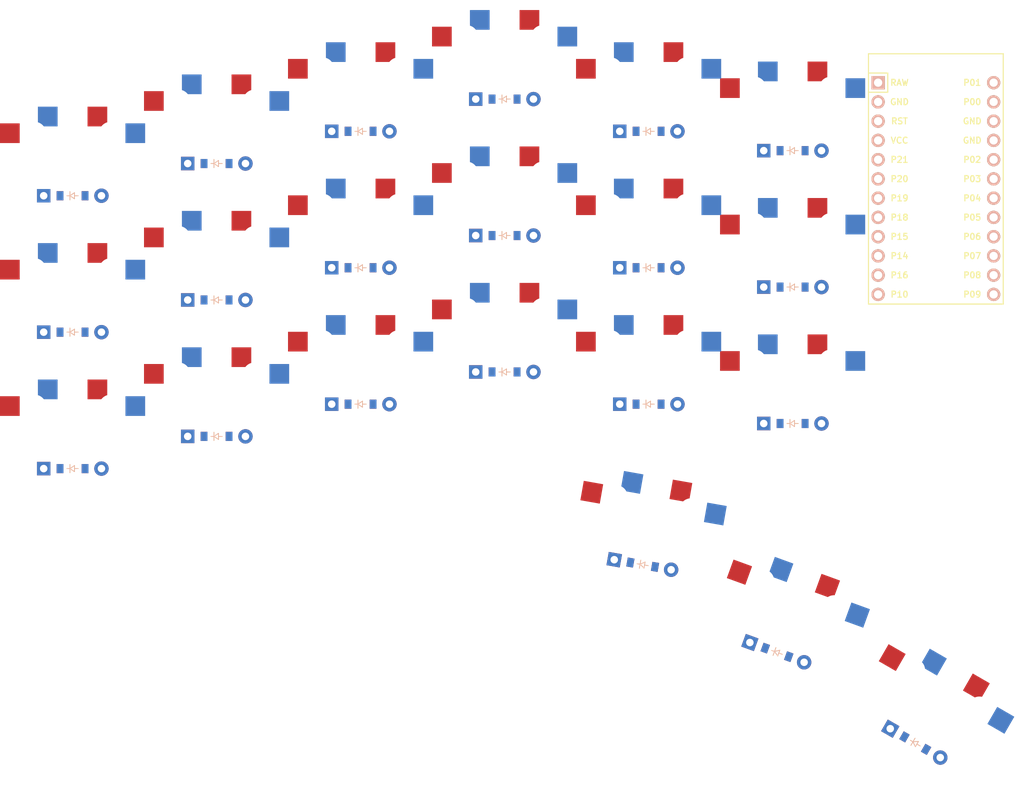
<source format=kicad_pcb>

            
(kicad_pcb (version 20171130) (host pcbnew 5.1.6)

  (page A3)
  (title_block
    (title simple_split)
    (rev v1.0.0)
    (company Unknown)
  )

  (general
    (thickness 1.6)
  )

  (layers
    (0 F.Cu signal)
    (31 B.Cu signal)
    (32 B.Adhes user)
    (33 F.Adhes user)
    (34 B.Paste user)
    (35 F.Paste user)
    (36 B.SilkS user)
    (37 F.SilkS user)
    (38 B.Mask user)
    (39 F.Mask user)
    (40 Dwgs.User user)
    (41 Cmts.User user)
    (42 Eco1.User user)
    (43 Eco2.User user)
    (44 Edge.Cuts user)
    (45 Margin user)
    (46 B.CrtYd user)
    (47 F.CrtYd user)
    (48 B.Fab user)
    (49 F.Fab user)
  )

  (setup
    (last_trace_width 0.25)
    (trace_clearance 0.2)
    (zone_clearance 0.508)
    (zone_45_only no)
    (trace_min 0.2)
    (via_size 0.8)
    (via_drill 0.4)
    (via_min_size 0.4)
    (via_min_drill 0.3)
    (uvia_size 0.3)
    (uvia_drill 0.1)
    (uvias_allowed no)
    (uvia_min_size 0.2)
    (uvia_min_drill 0.1)
    (edge_width 0.05)
    (segment_width 0.2)
    (pcb_text_width 0.3)
    (pcb_text_size 1.5 1.5)
    (mod_edge_width 0.12)
    (mod_text_size 1 1)
    (mod_text_width 0.15)
    (pad_size 1.524 1.524)
    (pad_drill 0.762)
    (pad_to_mask_clearance 0.05)
    (aux_axis_origin 0 0)
    (visible_elements FFFFFF7F)
    (pcbplotparams
      (layerselection 0x010fc_ffffffff)
      (usegerberextensions false)
      (usegerberattributes true)
      (usegerberadvancedattributes true)
      (creategerberjobfile true)
      (excludeedgelayer true)
      (linewidth 0.100000)
      (plotframeref false)
      (viasonmask false)
      (mode 1)
      (useauxorigin false)
      (hpglpennumber 1)
      (hpglpenspeed 20)
      (hpglpendiameter 15.000000)
      (psnegative false)
      (psa4output false)
      (plotreference true)
      (plotvalue true)
      (plotinvisibletext false)
      (padsonsilk false)
      (subtractmaskfromsilk false)
      (outputformat 1)
      (mirror false)
      (drillshape 1)
      (scaleselection 1)
      (outputdirectory ""))
  )

            (net 0 "")
(net 1 "pinkyreach_bottom")
(net 2 "P21")
(net 3 "P5")
(net 4 "pinkyreach_home")
(net 5 "P4")
(net 6 "pinkyreach_top")
(net 7 "P3")
(net 8 "pinky_bottom")
(net 9 "P20")
(net 10 "pinky_home")
(net 11 "pinky_top")
(net 12 "ring_bottom")
(net 13 "P19")
(net 14 "ring_home")
(net 15 "ring_top")
(net 16 "middle_bottom")
(net 17 "P18")
(net 18 "middle_home")
(net 19 "middle_top")
(net 20 "index_bottom")
(net 21 "P15")
(net 22 "index_home")
(net 23 "index_top")
(net 24 "inner_bottom")
(net 25 "inner_home")
(net 26 "inner_top")
(net 27 "inner_default")
(net 28 "P7")
(net 29 "P6")
(net 30 "tucky_default")
(net 31 "reachy_default")
(net 32 "RAW")
(net 33 "GND")
(net 34 "RST")
(net 35 "VCC")
(net 36 "P14")
(net 37 "P16")
(net 38 "P10")
(net 39 "P1")
(net 40 "P0")
(net 41 "P2")
(net 42 "P8")
(net 43 "P9")
            
  (net_class Default "This is the default net class."
    (clearance 0.2)
    (trace_width 0.25)
    (via_dia 0.8)
    (via_drill 0.4)
    (uvia_dia 0.3)
    (uvia_drill 0.1)
    (add_net "")
(add_net "pinkyreach_bottom")
(add_net "P21")
(add_net "P5")
(add_net "pinkyreach_home")
(add_net "P4")
(add_net "pinkyreach_top")
(add_net "P3")
(add_net "pinky_bottom")
(add_net "P20")
(add_net "pinky_home")
(add_net "pinky_top")
(add_net "ring_bottom")
(add_net "P19")
(add_net "ring_home")
(add_net "ring_top")
(add_net "middle_bottom")
(add_net "P18")
(add_net "middle_home")
(add_net "middle_top")
(add_net "index_bottom")
(add_net "P15")
(add_net "index_home")
(add_net "index_top")
(add_net "inner_bottom")
(add_net "inner_home")
(add_net "inner_top")
(add_net "inner_default")
(add_net "P7")
(add_net "P6")
(add_net "tucky_default")
(add_net "reachy_default")
(add_net "RAW")
(add_net "GND")
(add_net "RST")
(add_net "VCC")
(add_net "P14")
(add_net "P16")
(add_net "P10")
(add_net "P1")
(add_net "P0")
(add_net "P2")
(add_net "P8")
(add_net "P9")
  )

            
        
      (module PG1350 (layer F.Cu) (tedit 5DD50112)
      (at 0 0 0)

      
      (fp_text reference "S1" (at 0 0) (layer F.SilkS) hide (effects (font (size 1.27 1.27) (thickness 0.15))))
      (fp_text value "" (at 0 0) (layer F.SilkS) hide (effects (font (size 1.27 1.27) (thickness 0.15))))

      
      (fp_line (start -7 -6) (end -7 -7) (layer Dwgs.User) (width 0.15))
      (fp_line (start -7 7) (end -6 7) (layer Dwgs.User) (width 0.15))
      (fp_line (start -6 -7) (end -7 -7) (layer Dwgs.User) (width 0.15))
      (fp_line (start -7 7) (end -7 6) (layer Dwgs.User) (width 0.15))
      (fp_line (start 7 6) (end 7 7) (layer Dwgs.User) (width 0.15))
      (fp_line (start 7 -7) (end 6 -7) (layer Dwgs.User) (width 0.15))
      (fp_line (start 6 7) (end 7 7) (layer Dwgs.User) (width 0.15))
      (fp_line (start 7 -7) (end 7 -6) (layer Dwgs.User) (width 0.15))      
      
      
      (pad "" np_thru_hole circle (at 0 0) (size 3.429 3.429) (drill 3.429) (layers *.Cu *.Mask))
        
      
      (pad "" np_thru_hole circle (at 5.5 0) (size 1.7018 1.7018) (drill 1.7018) (layers *.Cu *.Mask))
      (pad "" np_thru_hole circle (at -5.5 0) (size 1.7018 1.7018) (drill 1.7018) (layers *.Cu *.Mask))
      
        
      
      (fp_line (start -9 -8.5) (end 9 -8.5) (layer Dwgs.User) (width 0.15))
      (fp_line (start 9 -8.5) (end 9 8.5) (layer Dwgs.User) (width 0.15))
      (fp_line (start 9 8.5) (end -9 8.5) (layer Dwgs.User) (width 0.15))
      (fp_line (start -9 8.5) (end -9 -8.5) (layer Dwgs.User) (width 0.15))
      
        
          
          (pad "" np_thru_hole circle (at 5 -3.75) (size 3 3) (drill 3) (layers *.Cu *.Mask))
          (pad "" np_thru_hole circle (at 0 -5.95) (size 3 3) (drill 3) (layers *.Cu *.Mask))
      
          
          (pad 1 smd rect (at -3.275 -5.95 0) (size 2.6 2.6) (layers B.Cu B.Paste B.Mask)  (net 1 "pinkyreach_bottom"))
          (pad 2 smd rect (at 8.275 -3.75 0) (size 2.6 2.6) (layers B.Cu B.Paste B.Mask)  (net 2 "P21"))
        
        
          
          (pad "" np_thru_hole circle (at -5 -3.75) (size 3 3) (drill 3) (layers *.Cu *.Mask))
          (pad "" np_thru_hole circle (at 0 -5.95) (size 3 3) (drill 3) (layers *.Cu *.Mask))
      
          
          (pad 1 smd rect (at 3.275 -5.95 0) (size 2.6 2.6) (layers F.Cu F.Paste F.Mask)  (net 1 "pinkyreach_bottom"))
          (pad 2 smd rect (at -8.275 -3.75 0) (size 2.6 2.6) (layers F.Cu F.Paste F.Mask)  (net 2 "P21"))
        )
        

  
    (module ComboDiode (layer F.Cu) (tedit 5B24D78E)


        (at 0 4.5 0)

        
        (fp_text reference "D1" (at 0 0) (layer F.SilkS) hide (effects (font (size 1.27 1.27) (thickness 0.15))))
        (fp_text value "" (at 0 0) (layer F.SilkS) hide (effects (font (size 1.27 1.27) (thickness 0.15))))
        
        
        (fp_line (start 0.25 0) (end 0.75 0) (layer F.SilkS) (width 0.1))
        (fp_line (start 0.25 0.4) (end -0.35 0) (layer F.SilkS) (width 0.1))
        (fp_line (start 0.25 -0.4) (end 0.25 0.4) (layer F.SilkS) (width 0.1))
        (fp_line (start -0.35 0) (end 0.25 -0.4) (layer F.SilkS) (width 0.1))
        (fp_line (start -0.35 0) (end -0.35 0.55) (layer F.SilkS) (width 0.1))
        (fp_line (start -0.35 0) (end -0.35 -0.55) (layer F.SilkS) (width 0.1))
        (fp_line (start -0.75 0) (end -0.35 0) (layer F.SilkS) (width 0.1))
        (fp_line (start 0.25 0) (end 0.75 0) (layer B.SilkS) (width 0.1))
        (fp_line (start 0.25 0.4) (end -0.35 0) (layer B.SilkS) (width 0.1))
        (fp_line (start 0.25 -0.4) (end 0.25 0.4) (layer B.SilkS) (width 0.1))
        (fp_line (start -0.35 0) (end 0.25 -0.4) (layer B.SilkS) (width 0.1))
        (fp_line (start -0.35 0) (end -0.35 0.55) (layer B.SilkS) (width 0.1))
        (fp_line (start -0.35 0) (end -0.35 -0.55) (layer B.SilkS) (width 0.1))
        (fp_line (start -0.75 0) (end -0.35 0) (layer B.SilkS) (width 0.1))
    
        
        (pad 1 smd rect (at -1.65 0 0) (size 0.9 1.2) (layers F.Cu F.Paste F.Mask) (net 3 "P5"))
        (pad 2 smd rect (at 1.65 0 0) (size 0.9 1.2) (layers B.Cu B.Paste B.Mask) (net 1 "pinkyreach_bottom"))
        (pad 1 smd rect (at -1.65 0 0) (size 0.9 1.2) (layers B.Cu B.Paste B.Mask) (net 3 "P5"))
        (pad 2 smd rect (at 1.65 0 0) (size 0.9 1.2) (layers F.Cu F.Paste F.Mask) (net 1 "pinkyreach_bottom"))
        
        
        (pad 1 thru_hole circle (at 3.81 0 0) (size 1.905 1.905) (drill 0.9906) (layers *.Cu *.Mask) (net 1 "pinkyreach_bottom"))
        (pad 2 thru_hole rect (at -3.81 0 0) (size 1.778 1.778) (drill 0.9906) (layers *.Cu *.Mask) (net 3 "P5"))
    )
  
    

        
      (module PG1350 (layer F.Cu) (tedit 5DD50112)
      (at 0 -18 0)

      
      (fp_text reference "S2" (at 0 0) (layer F.SilkS) hide (effects (font (size 1.27 1.27) (thickness 0.15))))
      (fp_text value "" (at 0 0) (layer F.SilkS) hide (effects (font (size 1.27 1.27) (thickness 0.15))))

      
      (fp_line (start -7 -6) (end -7 -7) (layer Dwgs.User) (width 0.15))
      (fp_line (start -7 7) (end -6 7) (layer Dwgs.User) (width 0.15))
      (fp_line (start -6 -7) (end -7 -7) (layer Dwgs.User) (width 0.15))
      (fp_line (start -7 7) (end -7 6) (layer Dwgs.User) (width 0.15))
      (fp_line (start 7 6) (end 7 7) (layer Dwgs.User) (width 0.15))
      (fp_line (start 7 -7) (end 6 -7) (layer Dwgs.User) (width 0.15))
      (fp_line (start 6 7) (end 7 7) (layer Dwgs.User) (width 0.15))
      (fp_line (start 7 -7) (end 7 -6) (layer Dwgs.User) (width 0.15))      
      
      
      (pad "" np_thru_hole circle (at 0 0) (size 3.429 3.429) (drill 3.429) (layers *.Cu *.Mask))
        
      
      (pad "" np_thru_hole circle (at 5.5 0) (size 1.7018 1.7018) (drill 1.7018) (layers *.Cu *.Mask))
      (pad "" np_thru_hole circle (at -5.5 0) (size 1.7018 1.7018) (drill 1.7018) (layers *.Cu *.Mask))
      
        
      
      (fp_line (start -9 -8.5) (end 9 -8.5) (layer Dwgs.User) (width 0.15))
      (fp_line (start 9 -8.5) (end 9 8.5) (layer Dwgs.User) (width 0.15))
      (fp_line (start 9 8.5) (end -9 8.5) (layer Dwgs.User) (width 0.15))
      (fp_line (start -9 8.5) (end -9 -8.5) (layer Dwgs.User) (width 0.15))
      
        
          
          (pad "" np_thru_hole circle (at 5 -3.75) (size 3 3) (drill 3) (layers *.Cu *.Mask))
          (pad "" np_thru_hole circle (at 0 -5.95) (size 3 3) (drill 3) (layers *.Cu *.Mask))
      
          
          (pad 1 smd rect (at -3.275 -5.95 0) (size 2.6 2.6) (layers B.Cu B.Paste B.Mask)  (net 4 "pinkyreach_home"))
          (pad 2 smd rect (at 8.275 -3.75 0) (size 2.6 2.6) (layers B.Cu B.Paste B.Mask)  (net 2 "P21"))
        
        
          
          (pad "" np_thru_hole circle (at -5 -3.75) (size 3 3) (drill 3) (layers *.Cu *.Mask))
          (pad "" np_thru_hole circle (at 0 -5.95) (size 3 3) (drill 3) (layers *.Cu *.Mask))
      
          
          (pad 1 smd rect (at 3.275 -5.95 0) (size 2.6 2.6) (layers F.Cu F.Paste F.Mask)  (net 4 "pinkyreach_home"))
          (pad 2 smd rect (at -8.275 -3.75 0) (size 2.6 2.6) (layers F.Cu F.Paste F.Mask)  (net 2 "P21"))
        )
        

  
    (module ComboDiode (layer F.Cu) (tedit 5B24D78E)


        (at 0 -13.5 0)

        
        (fp_text reference "D2" (at 0 0) (layer F.SilkS) hide (effects (font (size 1.27 1.27) (thickness 0.15))))
        (fp_text value "" (at 0 0) (layer F.SilkS) hide (effects (font (size 1.27 1.27) (thickness 0.15))))
        
        
        (fp_line (start 0.25 0) (end 0.75 0) (layer F.SilkS) (width 0.1))
        (fp_line (start 0.25 0.4) (end -0.35 0) (layer F.SilkS) (width 0.1))
        (fp_line (start 0.25 -0.4) (end 0.25 0.4) (layer F.SilkS) (width 0.1))
        (fp_line (start -0.35 0) (end 0.25 -0.4) (layer F.SilkS) (width 0.1))
        (fp_line (start -0.35 0) (end -0.35 0.55) (layer F.SilkS) (width 0.1))
        (fp_line (start -0.35 0) (end -0.35 -0.55) (layer F.SilkS) (width 0.1))
        (fp_line (start -0.75 0) (end -0.35 0) (layer F.SilkS) (width 0.1))
        (fp_line (start 0.25 0) (end 0.75 0) (layer B.SilkS) (width 0.1))
        (fp_line (start 0.25 0.4) (end -0.35 0) (layer B.SilkS) (width 0.1))
        (fp_line (start 0.25 -0.4) (end 0.25 0.4) (layer B.SilkS) (width 0.1))
        (fp_line (start -0.35 0) (end 0.25 -0.4) (layer B.SilkS) (width 0.1))
        (fp_line (start -0.35 0) (end -0.35 0.55) (layer B.SilkS) (width 0.1))
        (fp_line (start -0.35 0) (end -0.35 -0.55) (layer B.SilkS) (width 0.1))
        (fp_line (start -0.75 0) (end -0.35 0) (layer B.SilkS) (width 0.1))
    
        
        (pad 1 smd rect (at -1.65 0 0) (size 0.9 1.2) (layers F.Cu F.Paste F.Mask) (net 5 "P4"))
        (pad 2 smd rect (at 1.65 0 0) (size 0.9 1.2) (layers B.Cu B.Paste B.Mask) (net 4 "pinkyreach_home"))
        (pad 1 smd rect (at -1.65 0 0) (size 0.9 1.2) (layers B.Cu B.Paste B.Mask) (net 5 "P4"))
        (pad 2 smd rect (at 1.65 0 0) (size 0.9 1.2) (layers F.Cu F.Paste F.Mask) (net 4 "pinkyreach_home"))
        
        
        (pad 1 thru_hole circle (at 3.81 0 0) (size 1.905 1.905) (drill 0.9906) (layers *.Cu *.Mask) (net 4 "pinkyreach_home"))
        (pad 2 thru_hole rect (at -3.81 0 0) (size 1.778 1.778) (drill 0.9906) (layers *.Cu *.Mask) (net 5 "P4"))
    )
  
    

        
      (module PG1350 (layer F.Cu) (tedit 5DD50112)
      (at 0 -36 0)

      
      (fp_text reference "S3" (at 0 0) (layer F.SilkS) hide (effects (font (size 1.27 1.27) (thickness 0.15))))
      (fp_text value "" (at 0 0) (layer F.SilkS) hide (effects (font (size 1.27 1.27) (thickness 0.15))))

      
      (fp_line (start -7 -6) (end -7 -7) (layer Dwgs.User) (width 0.15))
      (fp_line (start -7 7) (end -6 7) (layer Dwgs.User) (width 0.15))
      (fp_line (start -6 -7) (end -7 -7) (layer Dwgs.User) (width 0.15))
      (fp_line (start -7 7) (end -7 6) (layer Dwgs.User) (width 0.15))
      (fp_line (start 7 6) (end 7 7) (layer Dwgs.User) (width 0.15))
      (fp_line (start 7 -7) (end 6 -7) (layer Dwgs.User) (width 0.15))
      (fp_line (start 6 7) (end 7 7) (layer Dwgs.User) (width 0.15))
      (fp_line (start 7 -7) (end 7 -6) (layer Dwgs.User) (width 0.15))      
      
      
      (pad "" np_thru_hole circle (at 0 0) (size 3.429 3.429) (drill 3.429) (layers *.Cu *.Mask))
        
      
      (pad "" np_thru_hole circle (at 5.5 0) (size 1.7018 1.7018) (drill 1.7018) (layers *.Cu *.Mask))
      (pad "" np_thru_hole circle (at -5.5 0) (size 1.7018 1.7018) (drill 1.7018) (layers *.Cu *.Mask))
      
        
      
      (fp_line (start -9 -8.5) (end 9 -8.5) (layer Dwgs.User) (width 0.15))
      (fp_line (start 9 -8.5) (end 9 8.5) (layer Dwgs.User) (width 0.15))
      (fp_line (start 9 8.5) (end -9 8.5) (layer Dwgs.User) (width 0.15))
      (fp_line (start -9 8.5) (end -9 -8.5) (layer Dwgs.User) (width 0.15))
      
        
          
          (pad "" np_thru_hole circle (at 5 -3.75) (size 3 3) (drill 3) (layers *.Cu *.Mask))
          (pad "" np_thru_hole circle (at 0 -5.95) (size 3 3) (drill 3) (layers *.Cu *.Mask))
      
          
          (pad 1 smd rect (at -3.275 -5.95 0) (size 2.6 2.6) (layers B.Cu B.Paste B.Mask)  (net 6 "pinkyreach_top"))
          (pad 2 smd rect (at 8.275 -3.75 0) (size 2.6 2.6) (layers B.Cu B.Paste B.Mask)  (net 2 "P21"))
        
        
          
          (pad "" np_thru_hole circle (at -5 -3.75) (size 3 3) (drill 3) (layers *.Cu *.Mask))
          (pad "" np_thru_hole circle (at 0 -5.95) (size 3 3) (drill 3) (layers *.Cu *.Mask))
      
          
          (pad 1 smd rect (at 3.275 -5.95 0) (size 2.6 2.6) (layers F.Cu F.Paste F.Mask)  (net 6 "pinkyreach_top"))
          (pad 2 smd rect (at -8.275 -3.75 0) (size 2.6 2.6) (layers F.Cu F.Paste F.Mask)  (net 2 "P21"))
        )
        

  
    (module ComboDiode (layer F.Cu) (tedit 5B24D78E)


        (at 0 -31.5 0)

        
        (fp_text reference "D3" (at 0 0) (layer F.SilkS) hide (effects (font (size 1.27 1.27) (thickness 0.15))))
        (fp_text value "" (at 0 0) (layer F.SilkS) hide (effects (font (size 1.27 1.27) (thickness 0.15))))
        
        
        (fp_line (start 0.25 0) (end 0.75 0) (layer F.SilkS) (width 0.1))
        (fp_line (start 0.25 0.4) (end -0.35 0) (layer F.SilkS) (width 0.1))
        (fp_line (start 0.25 -0.4) (end 0.25 0.4) (layer F.SilkS) (width 0.1))
        (fp_line (start -0.35 0) (end 0.25 -0.4) (layer F.SilkS) (width 0.1))
        (fp_line (start -0.35 0) (end -0.35 0.55) (layer F.SilkS) (width 0.1))
        (fp_line (start -0.35 0) (end -0.35 -0.55) (layer F.SilkS) (width 0.1))
        (fp_line (start -0.75 0) (end -0.35 0) (layer F.SilkS) (width 0.1))
        (fp_line (start 0.25 0) (end 0.75 0) (layer B.SilkS) (width 0.1))
        (fp_line (start 0.25 0.4) (end -0.35 0) (layer B.SilkS) (width 0.1))
        (fp_line (start 0.25 -0.4) (end 0.25 0.4) (layer B.SilkS) (width 0.1))
        (fp_line (start -0.35 0) (end 0.25 -0.4) (layer B.SilkS) (width 0.1))
        (fp_line (start -0.35 0) (end -0.35 0.55) (layer B.SilkS) (width 0.1))
        (fp_line (start -0.35 0) (end -0.35 -0.55) (layer B.SilkS) (width 0.1))
        (fp_line (start -0.75 0) (end -0.35 0) (layer B.SilkS) (width 0.1))
    
        
        (pad 1 smd rect (at -1.65 0 0) (size 0.9 1.2) (layers F.Cu F.Paste F.Mask) (net 7 "P3"))
        (pad 2 smd rect (at 1.65 0 0) (size 0.9 1.2) (layers B.Cu B.Paste B.Mask) (net 6 "pinkyreach_top"))
        (pad 1 smd rect (at -1.65 0 0) (size 0.9 1.2) (layers B.Cu B.Paste B.Mask) (net 7 "P3"))
        (pad 2 smd rect (at 1.65 0 0) (size 0.9 1.2) (layers F.Cu F.Paste F.Mask) (net 6 "pinkyreach_top"))
        
        
        (pad 1 thru_hole circle (at 3.81 0 0) (size 1.905 1.905) (drill 0.9906) (layers *.Cu *.Mask) (net 6 "pinkyreach_top"))
        (pad 2 thru_hole rect (at -3.81 0 0) (size 1.778 1.778) (drill 0.9906) (layers *.Cu *.Mask) (net 7 "P3"))
    )
  
    

        
      (module PG1350 (layer F.Cu) (tedit 5DD50112)
      (at 19 -4.25 0)

      
      (fp_text reference "S4" (at 0 0) (layer F.SilkS) hide (effects (font (size 1.27 1.27) (thickness 0.15))))
      (fp_text value "" (at 0 0) (layer F.SilkS) hide (effects (font (size 1.27 1.27) (thickness 0.15))))

      
      (fp_line (start -7 -6) (end -7 -7) (layer Dwgs.User) (width 0.15))
      (fp_line (start -7 7) (end -6 7) (layer Dwgs.User) (width 0.15))
      (fp_line (start -6 -7) (end -7 -7) (layer Dwgs.User) (width 0.15))
      (fp_line (start -7 7) (end -7 6) (layer Dwgs.User) (width 0.15))
      (fp_line (start 7 6) (end 7 7) (layer Dwgs.User) (width 0.15))
      (fp_line (start 7 -7) (end 6 -7) (layer Dwgs.User) (width 0.15))
      (fp_line (start 6 7) (end 7 7) (layer Dwgs.User) (width 0.15))
      (fp_line (start 7 -7) (end 7 -6) (layer Dwgs.User) (width 0.15))      
      
      
      (pad "" np_thru_hole circle (at 0 0) (size 3.429 3.429) (drill 3.429) (layers *.Cu *.Mask))
        
      
      (pad "" np_thru_hole circle (at 5.5 0) (size 1.7018 1.7018) (drill 1.7018) (layers *.Cu *.Mask))
      (pad "" np_thru_hole circle (at -5.5 0) (size 1.7018 1.7018) (drill 1.7018) (layers *.Cu *.Mask))
      
        
      
      (fp_line (start -9 -8.5) (end 9 -8.5) (layer Dwgs.User) (width 0.15))
      (fp_line (start 9 -8.5) (end 9 8.5) (layer Dwgs.User) (width 0.15))
      (fp_line (start 9 8.5) (end -9 8.5) (layer Dwgs.User) (width 0.15))
      (fp_line (start -9 8.5) (end -9 -8.5) (layer Dwgs.User) (width 0.15))
      
        
          
          (pad "" np_thru_hole circle (at 5 -3.75) (size 3 3) (drill 3) (layers *.Cu *.Mask))
          (pad "" np_thru_hole circle (at 0 -5.95) (size 3 3) (drill 3) (layers *.Cu *.Mask))
      
          
          (pad 1 smd rect (at -3.275 -5.95 0) (size 2.6 2.6) (layers B.Cu B.Paste B.Mask)  (net 8 "pinky_bottom"))
          (pad 2 smd rect (at 8.275 -3.75 0) (size 2.6 2.6) (layers B.Cu B.Paste B.Mask)  (net 9 "P20"))
        
        
          
          (pad "" np_thru_hole circle (at -5 -3.75) (size 3 3) (drill 3) (layers *.Cu *.Mask))
          (pad "" np_thru_hole circle (at 0 -5.95) (size 3 3) (drill 3) (layers *.Cu *.Mask))
      
          
          (pad 1 smd rect (at 3.275 -5.95 0) (size 2.6 2.6) (layers F.Cu F.Paste F.Mask)  (net 8 "pinky_bottom"))
          (pad 2 smd rect (at -8.275 -3.75 0) (size 2.6 2.6) (layers F.Cu F.Paste F.Mask)  (net 9 "P20"))
        )
        

  
    (module ComboDiode (layer F.Cu) (tedit 5B24D78E)


        (at 19 0.25 0)

        
        (fp_text reference "D4" (at 0 0) (layer F.SilkS) hide (effects (font (size 1.27 1.27) (thickness 0.15))))
        (fp_text value "" (at 0 0) (layer F.SilkS) hide (effects (font (size 1.27 1.27) (thickness 0.15))))
        
        
        (fp_line (start 0.25 0) (end 0.75 0) (layer F.SilkS) (width 0.1))
        (fp_line (start 0.25 0.4) (end -0.35 0) (layer F.SilkS) (width 0.1))
        (fp_line (start 0.25 -0.4) (end 0.25 0.4) (layer F.SilkS) (width 0.1))
        (fp_line (start -0.35 0) (end 0.25 -0.4) (layer F.SilkS) (width 0.1))
        (fp_line (start -0.35 0) (end -0.35 0.55) (layer F.SilkS) (width 0.1))
        (fp_line (start -0.35 0) (end -0.35 -0.55) (layer F.SilkS) (width 0.1))
        (fp_line (start -0.75 0) (end -0.35 0) (layer F.SilkS) (width 0.1))
        (fp_line (start 0.25 0) (end 0.75 0) (layer B.SilkS) (width 0.1))
        (fp_line (start 0.25 0.4) (end -0.35 0) (layer B.SilkS) (width 0.1))
        (fp_line (start 0.25 -0.4) (end 0.25 0.4) (layer B.SilkS) (width 0.1))
        (fp_line (start -0.35 0) (end 0.25 -0.4) (layer B.SilkS) (width 0.1))
        (fp_line (start -0.35 0) (end -0.35 0.55) (layer B.SilkS) (width 0.1))
        (fp_line (start -0.35 0) (end -0.35 -0.55) (layer B.SilkS) (width 0.1))
        (fp_line (start -0.75 0) (end -0.35 0) (layer B.SilkS) (width 0.1))
    
        
        (pad 1 smd rect (at -1.65 0 0) (size 0.9 1.2) (layers F.Cu F.Paste F.Mask) (net 3 "P5"))
        (pad 2 smd rect (at 1.65 0 0) (size 0.9 1.2) (layers B.Cu B.Paste B.Mask) (net 8 "pinky_bottom"))
        (pad 1 smd rect (at -1.65 0 0) (size 0.9 1.2) (layers B.Cu B.Paste B.Mask) (net 3 "P5"))
        (pad 2 smd rect (at 1.65 0 0) (size 0.9 1.2) (layers F.Cu F.Paste F.Mask) (net 8 "pinky_bottom"))
        
        
        (pad 1 thru_hole circle (at 3.81 0 0) (size 1.905 1.905) (drill 0.9906) (layers *.Cu *.Mask) (net 8 "pinky_bottom"))
        (pad 2 thru_hole rect (at -3.81 0 0) (size 1.778 1.778) (drill 0.9906) (layers *.Cu *.Mask) (net 3 "P5"))
    )
  
    

        
      (module PG1350 (layer F.Cu) (tedit 5DD50112)
      (at 19 -22.25 0)

      
      (fp_text reference "S5" (at 0 0) (layer F.SilkS) hide (effects (font (size 1.27 1.27) (thickness 0.15))))
      (fp_text value "" (at 0 0) (layer F.SilkS) hide (effects (font (size 1.27 1.27) (thickness 0.15))))

      
      (fp_line (start -7 -6) (end -7 -7) (layer Dwgs.User) (width 0.15))
      (fp_line (start -7 7) (end -6 7) (layer Dwgs.User) (width 0.15))
      (fp_line (start -6 -7) (end -7 -7) (layer Dwgs.User) (width 0.15))
      (fp_line (start -7 7) (end -7 6) (layer Dwgs.User) (width 0.15))
      (fp_line (start 7 6) (end 7 7) (layer Dwgs.User) (width 0.15))
      (fp_line (start 7 -7) (end 6 -7) (layer Dwgs.User) (width 0.15))
      (fp_line (start 6 7) (end 7 7) (layer Dwgs.User) (width 0.15))
      (fp_line (start 7 -7) (end 7 -6) (layer Dwgs.User) (width 0.15))      
      
      
      (pad "" np_thru_hole circle (at 0 0) (size 3.429 3.429) (drill 3.429) (layers *.Cu *.Mask))
        
      
      (pad "" np_thru_hole circle (at 5.5 0) (size 1.7018 1.7018) (drill 1.7018) (layers *.Cu *.Mask))
      (pad "" np_thru_hole circle (at -5.5 0) (size 1.7018 1.7018) (drill 1.7018) (layers *.Cu *.Mask))
      
        
      
      (fp_line (start -9 -8.5) (end 9 -8.5) (layer Dwgs.User) (width 0.15))
      (fp_line (start 9 -8.5) (end 9 8.5) (layer Dwgs.User) (width 0.15))
      (fp_line (start 9 8.5) (end -9 8.5) (layer Dwgs.User) (width 0.15))
      (fp_line (start -9 8.5) (end -9 -8.5) (layer Dwgs.User) (width 0.15))
      
        
          
          (pad "" np_thru_hole circle (at 5 -3.75) (size 3 3) (drill 3) (layers *.Cu *.Mask))
          (pad "" np_thru_hole circle (at 0 -5.95) (size 3 3) (drill 3) (layers *.Cu *.Mask))
      
          
          (pad 1 smd rect (at -3.275 -5.95 0) (size 2.6 2.6) (layers B.Cu B.Paste B.Mask)  (net 10 "pinky_home"))
          (pad 2 smd rect (at 8.275 -3.75 0) (size 2.6 2.6) (layers B.Cu B.Paste B.Mask)  (net 9 "P20"))
        
        
          
          (pad "" np_thru_hole circle (at -5 -3.75) (size 3 3) (drill 3) (layers *.Cu *.Mask))
          (pad "" np_thru_hole circle (at 0 -5.95) (size 3 3) (drill 3) (layers *.Cu *.Mask))
      
          
          (pad 1 smd rect (at 3.275 -5.95 0) (size 2.6 2.6) (layers F.Cu F.Paste F.Mask)  (net 10 "pinky_home"))
          (pad 2 smd rect (at -8.275 -3.75 0) (size 2.6 2.6) (layers F.Cu F.Paste F.Mask)  (net 9 "P20"))
        )
        

  
    (module ComboDiode (layer F.Cu) (tedit 5B24D78E)


        (at 19 -17.75 0)

        
        (fp_text reference "D5" (at 0 0) (layer F.SilkS) hide (effects (font (size 1.27 1.27) (thickness 0.15))))
        (fp_text value "" (at 0 0) (layer F.SilkS) hide (effects (font (size 1.27 1.27) (thickness 0.15))))
        
        
        (fp_line (start 0.25 0) (end 0.75 0) (layer F.SilkS) (width 0.1))
        (fp_line (start 0.25 0.4) (end -0.35 0) (layer F.SilkS) (width 0.1))
        (fp_line (start 0.25 -0.4) (end 0.25 0.4) (layer F.SilkS) (width 0.1))
        (fp_line (start -0.35 0) (end 0.25 -0.4) (layer F.SilkS) (width 0.1))
        (fp_line (start -0.35 0) (end -0.35 0.55) (layer F.SilkS) (width 0.1))
        (fp_line (start -0.35 0) (end -0.35 -0.55) (layer F.SilkS) (width 0.1))
        (fp_line (start -0.75 0) (end -0.35 0) (layer F.SilkS) (width 0.1))
        (fp_line (start 0.25 0) (end 0.75 0) (layer B.SilkS) (width 0.1))
        (fp_line (start 0.25 0.4) (end -0.35 0) (layer B.SilkS) (width 0.1))
        (fp_line (start 0.25 -0.4) (end 0.25 0.4) (layer B.SilkS) (width 0.1))
        (fp_line (start -0.35 0) (end 0.25 -0.4) (layer B.SilkS) (width 0.1))
        (fp_line (start -0.35 0) (end -0.35 0.55) (layer B.SilkS) (width 0.1))
        (fp_line (start -0.35 0) (end -0.35 -0.55) (layer B.SilkS) (width 0.1))
        (fp_line (start -0.75 0) (end -0.35 0) (layer B.SilkS) (width 0.1))
    
        
        (pad 1 smd rect (at -1.65 0 0) (size 0.9 1.2) (layers F.Cu F.Paste F.Mask) (net 5 "P4"))
        (pad 2 smd rect (at 1.65 0 0) (size 0.9 1.2) (layers B.Cu B.Paste B.Mask) (net 10 "pinky_home"))
        (pad 1 smd rect (at -1.65 0 0) (size 0.9 1.2) (layers B.Cu B.Paste B.Mask) (net 5 "P4"))
        (pad 2 smd rect (at 1.65 0 0) (size 0.9 1.2) (layers F.Cu F.Paste F.Mask) (net 10 "pinky_home"))
        
        
        (pad 1 thru_hole circle (at 3.81 0 0) (size 1.905 1.905) (drill 0.9906) (layers *.Cu *.Mask) (net 10 "pinky_home"))
        (pad 2 thru_hole rect (at -3.81 0 0) (size 1.778 1.778) (drill 0.9906) (layers *.Cu *.Mask) (net 5 "P4"))
    )
  
    

        
      (module PG1350 (layer F.Cu) (tedit 5DD50112)
      (at 19 -40.25 0)

      
      (fp_text reference "S6" (at 0 0) (layer F.SilkS) hide (effects (font (size 1.27 1.27) (thickness 0.15))))
      (fp_text value "" (at 0 0) (layer F.SilkS) hide (effects (font (size 1.27 1.27) (thickness 0.15))))

      
      (fp_line (start -7 -6) (end -7 -7) (layer Dwgs.User) (width 0.15))
      (fp_line (start -7 7) (end -6 7) (layer Dwgs.User) (width 0.15))
      (fp_line (start -6 -7) (end -7 -7) (layer Dwgs.User) (width 0.15))
      (fp_line (start -7 7) (end -7 6) (layer Dwgs.User) (width 0.15))
      (fp_line (start 7 6) (end 7 7) (layer Dwgs.User) (width 0.15))
      (fp_line (start 7 -7) (end 6 -7) (layer Dwgs.User) (width 0.15))
      (fp_line (start 6 7) (end 7 7) (layer Dwgs.User) (width 0.15))
      (fp_line (start 7 -7) (end 7 -6) (layer Dwgs.User) (width 0.15))      
      
      
      (pad "" np_thru_hole circle (at 0 0) (size 3.429 3.429) (drill 3.429) (layers *.Cu *.Mask))
        
      
      (pad "" np_thru_hole circle (at 5.5 0) (size 1.7018 1.7018) (drill 1.7018) (layers *.Cu *.Mask))
      (pad "" np_thru_hole circle (at -5.5 0) (size 1.7018 1.7018) (drill 1.7018) (layers *.Cu *.Mask))
      
        
      
      (fp_line (start -9 -8.5) (end 9 -8.5) (layer Dwgs.User) (width 0.15))
      (fp_line (start 9 -8.5) (end 9 8.5) (layer Dwgs.User) (width 0.15))
      (fp_line (start 9 8.5) (end -9 8.5) (layer Dwgs.User) (width 0.15))
      (fp_line (start -9 8.5) (end -9 -8.5) (layer Dwgs.User) (width 0.15))
      
        
          
          (pad "" np_thru_hole circle (at 5 -3.75) (size 3 3) (drill 3) (layers *.Cu *.Mask))
          (pad "" np_thru_hole circle (at 0 -5.95) (size 3 3) (drill 3) (layers *.Cu *.Mask))
      
          
          (pad 1 smd rect (at -3.275 -5.95 0) (size 2.6 2.6) (layers B.Cu B.Paste B.Mask)  (net 11 "pinky_top"))
          (pad 2 smd rect (at 8.275 -3.75 0) (size 2.6 2.6) (layers B.Cu B.Paste B.Mask)  (net 9 "P20"))
        
        
          
          (pad "" np_thru_hole circle (at -5 -3.75) (size 3 3) (drill 3) (layers *.Cu *.Mask))
          (pad "" np_thru_hole circle (at 0 -5.95) (size 3 3) (drill 3) (layers *.Cu *.Mask))
      
          
          (pad 1 smd rect (at 3.275 -5.95 0) (size 2.6 2.6) (layers F.Cu F.Paste F.Mask)  (net 11 "pinky_top"))
          (pad 2 smd rect (at -8.275 -3.75 0) (size 2.6 2.6) (layers F.Cu F.Paste F.Mask)  (net 9 "P20"))
        )
        

  
    (module ComboDiode (layer F.Cu) (tedit 5B24D78E)


        (at 19 -35.75 0)

        
        (fp_text reference "D6" (at 0 0) (layer F.SilkS) hide (effects (font (size 1.27 1.27) (thickness 0.15))))
        (fp_text value "" (at 0 0) (layer F.SilkS) hide (effects (font (size 1.27 1.27) (thickness 0.15))))
        
        
        (fp_line (start 0.25 0) (end 0.75 0) (layer F.SilkS) (width 0.1))
        (fp_line (start 0.25 0.4) (end -0.35 0) (layer F.SilkS) (width 0.1))
        (fp_line (start 0.25 -0.4) (end 0.25 0.4) (layer F.SilkS) (width 0.1))
        (fp_line (start -0.35 0) (end 0.25 -0.4) (layer F.SilkS) (width 0.1))
        (fp_line (start -0.35 0) (end -0.35 0.55) (layer F.SilkS) (width 0.1))
        (fp_line (start -0.35 0) (end -0.35 -0.55) (layer F.SilkS) (width 0.1))
        (fp_line (start -0.75 0) (end -0.35 0) (layer F.SilkS) (width 0.1))
        (fp_line (start 0.25 0) (end 0.75 0) (layer B.SilkS) (width 0.1))
        (fp_line (start 0.25 0.4) (end -0.35 0) (layer B.SilkS) (width 0.1))
        (fp_line (start 0.25 -0.4) (end 0.25 0.4) (layer B.SilkS) (width 0.1))
        (fp_line (start -0.35 0) (end 0.25 -0.4) (layer B.SilkS) (width 0.1))
        (fp_line (start -0.35 0) (end -0.35 0.55) (layer B.SilkS) (width 0.1))
        (fp_line (start -0.35 0) (end -0.35 -0.55) (layer B.SilkS) (width 0.1))
        (fp_line (start -0.75 0) (end -0.35 0) (layer B.SilkS) (width 0.1))
    
        
        (pad 1 smd rect (at -1.65 0 0) (size 0.9 1.2) (layers F.Cu F.Paste F.Mask) (net 7 "P3"))
        (pad 2 smd rect (at 1.65 0 0) (size 0.9 1.2) (layers B.Cu B.Paste B.Mask) (net 11 "pinky_top"))
        (pad 1 smd rect (at -1.65 0 0) (size 0.9 1.2) (layers B.Cu B.Paste B.Mask) (net 7 "P3"))
        (pad 2 smd rect (at 1.65 0 0) (size 0.9 1.2) (layers F.Cu F.Paste F.Mask) (net 11 "pinky_top"))
        
        
        (pad 1 thru_hole circle (at 3.81 0 0) (size 1.905 1.905) (drill 0.9906) (layers *.Cu *.Mask) (net 11 "pinky_top"))
        (pad 2 thru_hole rect (at -3.81 0 0) (size 1.778 1.778) (drill 0.9906) (layers *.Cu *.Mask) (net 7 "P3"))
    )
  
    

        
      (module PG1350 (layer F.Cu) (tedit 5DD50112)
      (at 38 -8.5 0)

      
      (fp_text reference "S7" (at 0 0) (layer F.SilkS) hide (effects (font (size 1.27 1.27) (thickness 0.15))))
      (fp_text value "" (at 0 0) (layer F.SilkS) hide (effects (font (size 1.27 1.27) (thickness 0.15))))

      
      (fp_line (start -7 -6) (end -7 -7) (layer Dwgs.User) (width 0.15))
      (fp_line (start -7 7) (end -6 7) (layer Dwgs.User) (width 0.15))
      (fp_line (start -6 -7) (end -7 -7) (layer Dwgs.User) (width 0.15))
      (fp_line (start -7 7) (end -7 6) (layer Dwgs.User) (width 0.15))
      (fp_line (start 7 6) (end 7 7) (layer Dwgs.User) (width 0.15))
      (fp_line (start 7 -7) (end 6 -7) (layer Dwgs.User) (width 0.15))
      (fp_line (start 6 7) (end 7 7) (layer Dwgs.User) (width 0.15))
      (fp_line (start 7 -7) (end 7 -6) (layer Dwgs.User) (width 0.15))      
      
      
      (pad "" np_thru_hole circle (at 0 0) (size 3.429 3.429) (drill 3.429) (layers *.Cu *.Mask))
        
      
      (pad "" np_thru_hole circle (at 5.5 0) (size 1.7018 1.7018) (drill 1.7018) (layers *.Cu *.Mask))
      (pad "" np_thru_hole circle (at -5.5 0) (size 1.7018 1.7018) (drill 1.7018) (layers *.Cu *.Mask))
      
        
      
      (fp_line (start -9 -8.5) (end 9 -8.5) (layer Dwgs.User) (width 0.15))
      (fp_line (start 9 -8.5) (end 9 8.5) (layer Dwgs.User) (width 0.15))
      (fp_line (start 9 8.5) (end -9 8.5) (layer Dwgs.User) (width 0.15))
      (fp_line (start -9 8.5) (end -9 -8.5) (layer Dwgs.User) (width 0.15))
      
        
          
          (pad "" np_thru_hole circle (at 5 -3.75) (size 3 3) (drill 3) (layers *.Cu *.Mask))
          (pad "" np_thru_hole circle (at 0 -5.95) (size 3 3) (drill 3) (layers *.Cu *.Mask))
      
          
          (pad 1 smd rect (at -3.275 -5.95 0) (size 2.6 2.6) (layers B.Cu B.Paste B.Mask)  (net 12 "ring_bottom"))
          (pad 2 smd rect (at 8.275 -3.75 0) (size 2.6 2.6) (layers B.Cu B.Paste B.Mask)  (net 13 "P19"))
        
        
          
          (pad "" np_thru_hole circle (at -5 -3.75) (size 3 3) (drill 3) (layers *.Cu *.Mask))
          (pad "" np_thru_hole circle (at 0 -5.95) (size 3 3) (drill 3) (layers *.Cu *.Mask))
      
          
          (pad 1 smd rect (at 3.275 -5.95 0) (size 2.6 2.6) (layers F.Cu F.Paste F.Mask)  (net 12 "ring_bottom"))
          (pad 2 smd rect (at -8.275 -3.75 0) (size 2.6 2.6) (layers F.Cu F.Paste F.Mask)  (net 13 "P19"))
        )
        

  
    (module ComboDiode (layer F.Cu) (tedit 5B24D78E)


        (at 38 -4 0)

        
        (fp_text reference "D7" (at 0 0) (layer F.SilkS) hide (effects (font (size 1.27 1.27) (thickness 0.15))))
        (fp_text value "" (at 0 0) (layer F.SilkS) hide (effects (font (size 1.27 1.27) (thickness 0.15))))
        
        
        (fp_line (start 0.25 0) (end 0.75 0) (layer F.SilkS) (width 0.1))
        (fp_line (start 0.25 0.4) (end -0.35 0) (layer F.SilkS) (width 0.1))
        (fp_line (start 0.25 -0.4) (end 0.25 0.4) (layer F.SilkS) (width 0.1))
        (fp_line (start -0.35 0) (end 0.25 -0.4) (layer F.SilkS) (width 0.1))
        (fp_line (start -0.35 0) (end -0.35 0.55) (layer F.SilkS) (width 0.1))
        (fp_line (start -0.35 0) (end -0.35 -0.55) (layer F.SilkS) (width 0.1))
        (fp_line (start -0.75 0) (end -0.35 0) (layer F.SilkS) (width 0.1))
        (fp_line (start 0.25 0) (end 0.75 0) (layer B.SilkS) (width 0.1))
        (fp_line (start 0.25 0.4) (end -0.35 0) (layer B.SilkS) (width 0.1))
        (fp_line (start 0.25 -0.4) (end 0.25 0.4) (layer B.SilkS) (width 0.1))
        (fp_line (start -0.35 0) (end 0.25 -0.4) (layer B.SilkS) (width 0.1))
        (fp_line (start -0.35 0) (end -0.35 0.55) (layer B.SilkS) (width 0.1))
        (fp_line (start -0.35 0) (end -0.35 -0.55) (layer B.SilkS) (width 0.1))
        (fp_line (start -0.75 0) (end -0.35 0) (layer B.SilkS) (width 0.1))
    
        
        (pad 1 smd rect (at -1.65 0 0) (size 0.9 1.2) (layers F.Cu F.Paste F.Mask) (net 3 "P5"))
        (pad 2 smd rect (at 1.65 0 0) (size 0.9 1.2) (layers B.Cu B.Paste B.Mask) (net 12 "ring_bottom"))
        (pad 1 smd rect (at -1.65 0 0) (size 0.9 1.2) (layers B.Cu B.Paste B.Mask) (net 3 "P5"))
        (pad 2 smd rect (at 1.65 0 0) (size 0.9 1.2) (layers F.Cu F.Paste F.Mask) (net 12 "ring_bottom"))
        
        
        (pad 1 thru_hole circle (at 3.81 0 0) (size 1.905 1.905) (drill 0.9906) (layers *.Cu *.Mask) (net 12 "ring_bottom"))
        (pad 2 thru_hole rect (at -3.81 0 0) (size 1.778 1.778) (drill 0.9906) (layers *.Cu *.Mask) (net 3 "P5"))
    )
  
    

        
      (module PG1350 (layer F.Cu) (tedit 5DD50112)
      (at 38 -26.5 0)

      
      (fp_text reference "S8" (at 0 0) (layer F.SilkS) hide (effects (font (size 1.27 1.27) (thickness 0.15))))
      (fp_text value "" (at 0 0) (layer F.SilkS) hide (effects (font (size 1.27 1.27) (thickness 0.15))))

      
      (fp_line (start -7 -6) (end -7 -7) (layer Dwgs.User) (width 0.15))
      (fp_line (start -7 7) (end -6 7) (layer Dwgs.User) (width 0.15))
      (fp_line (start -6 -7) (end -7 -7) (layer Dwgs.User) (width 0.15))
      (fp_line (start -7 7) (end -7 6) (layer Dwgs.User) (width 0.15))
      (fp_line (start 7 6) (end 7 7) (layer Dwgs.User) (width 0.15))
      (fp_line (start 7 -7) (end 6 -7) (layer Dwgs.User) (width 0.15))
      (fp_line (start 6 7) (end 7 7) (layer Dwgs.User) (width 0.15))
      (fp_line (start 7 -7) (end 7 -6) (layer Dwgs.User) (width 0.15))      
      
      
      (pad "" np_thru_hole circle (at 0 0) (size 3.429 3.429) (drill 3.429) (layers *.Cu *.Mask))
        
      
      (pad "" np_thru_hole circle (at 5.5 0) (size 1.7018 1.7018) (drill 1.7018) (layers *.Cu *.Mask))
      (pad "" np_thru_hole circle (at -5.5 0) (size 1.7018 1.7018) (drill 1.7018) (layers *.Cu *.Mask))
      
        
      
      (fp_line (start -9 -8.5) (end 9 -8.5) (layer Dwgs.User) (width 0.15))
      (fp_line (start 9 -8.5) (end 9 8.5) (layer Dwgs.User) (width 0.15))
      (fp_line (start 9 8.5) (end -9 8.5) (layer Dwgs.User) (width 0.15))
      (fp_line (start -9 8.5) (end -9 -8.5) (layer Dwgs.User) (width 0.15))
      
        
          
          (pad "" np_thru_hole circle (at 5 -3.75) (size 3 3) (drill 3) (layers *.Cu *.Mask))
          (pad "" np_thru_hole circle (at 0 -5.95) (size 3 3) (drill 3) (layers *.Cu *.Mask))
      
          
          (pad 1 smd rect (at -3.275 -5.95 0) (size 2.6 2.6) (layers B.Cu B.Paste B.Mask)  (net 14 "ring_home"))
          (pad 2 smd rect (at 8.275 -3.75 0) (size 2.6 2.6) (layers B.Cu B.Paste B.Mask)  (net 13 "P19"))
        
        
          
          (pad "" np_thru_hole circle (at -5 -3.75) (size 3 3) (drill 3) (layers *.Cu *.Mask))
          (pad "" np_thru_hole circle (at 0 -5.95) (size 3 3) (drill 3) (layers *.Cu *.Mask))
      
          
          (pad 1 smd rect (at 3.275 -5.95 0) (size 2.6 2.6) (layers F.Cu F.Paste F.Mask)  (net 14 "ring_home"))
          (pad 2 smd rect (at -8.275 -3.75 0) (size 2.6 2.6) (layers F.Cu F.Paste F.Mask)  (net 13 "P19"))
        )
        

  
    (module ComboDiode (layer F.Cu) (tedit 5B24D78E)


        (at 38 -22 0)

        
        (fp_text reference "D8" (at 0 0) (layer F.SilkS) hide (effects (font (size 1.27 1.27) (thickness 0.15))))
        (fp_text value "" (at 0 0) (layer F.SilkS) hide (effects (font (size 1.27 1.27) (thickness 0.15))))
        
        
        (fp_line (start 0.25 0) (end 0.75 0) (layer F.SilkS) (width 0.1))
        (fp_line (start 0.25 0.4) (end -0.35 0) (layer F.SilkS) (width 0.1))
        (fp_line (start 0.25 -0.4) (end 0.25 0.4) (layer F.SilkS) (width 0.1))
        (fp_line (start -0.35 0) (end 0.25 -0.4) (layer F.SilkS) (width 0.1))
        (fp_line (start -0.35 0) (end -0.35 0.55) (layer F.SilkS) (width 0.1))
        (fp_line (start -0.35 0) (end -0.35 -0.55) (layer F.SilkS) (width 0.1))
        (fp_line (start -0.75 0) (end -0.35 0) (layer F.SilkS) (width 0.1))
        (fp_line (start 0.25 0) (end 0.75 0) (layer B.SilkS) (width 0.1))
        (fp_line (start 0.25 0.4) (end -0.35 0) (layer B.SilkS) (width 0.1))
        (fp_line (start 0.25 -0.4) (end 0.25 0.4) (layer B.SilkS) (width 0.1))
        (fp_line (start -0.35 0) (end 0.25 -0.4) (layer B.SilkS) (width 0.1))
        (fp_line (start -0.35 0) (end -0.35 0.55) (layer B.SilkS) (width 0.1))
        (fp_line (start -0.35 0) (end -0.35 -0.55) (layer B.SilkS) (width 0.1))
        (fp_line (start -0.75 0) (end -0.35 0) (layer B.SilkS) (width 0.1))
    
        
        (pad 1 smd rect (at -1.65 0 0) (size 0.9 1.2) (layers F.Cu F.Paste F.Mask) (net 5 "P4"))
        (pad 2 smd rect (at 1.65 0 0) (size 0.9 1.2) (layers B.Cu B.Paste B.Mask) (net 14 "ring_home"))
        (pad 1 smd rect (at -1.65 0 0) (size 0.9 1.2) (layers B.Cu B.Paste B.Mask) (net 5 "P4"))
        (pad 2 smd rect (at 1.65 0 0) (size 0.9 1.2) (layers F.Cu F.Paste F.Mask) (net 14 "ring_home"))
        
        
        (pad 1 thru_hole circle (at 3.81 0 0) (size 1.905 1.905) (drill 0.9906) (layers *.Cu *.Mask) (net 14 "ring_home"))
        (pad 2 thru_hole rect (at -3.81 0 0) (size 1.778 1.778) (drill 0.9906) (layers *.Cu *.Mask) (net 5 "P4"))
    )
  
    

        
      (module PG1350 (layer F.Cu) (tedit 5DD50112)
      (at 38 -44.5 0)

      
      (fp_text reference "S9" (at 0 0) (layer F.SilkS) hide (effects (font (size 1.27 1.27) (thickness 0.15))))
      (fp_text value "" (at 0 0) (layer F.SilkS) hide (effects (font (size 1.27 1.27) (thickness 0.15))))

      
      (fp_line (start -7 -6) (end -7 -7) (layer Dwgs.User) (width 0.15))
      (fp_line (start -7 7) (end -6 7) (layer Dwgs.User) (width 0.15))
      (fp_line (start -6 -7) (end -7 -7) (layer Dwgs.User) (width 0.15))
      (fp_line (start -7 7) (end -7 6) (layer Dwgs.User) (width 0.15))
      (fp_line (start 7 6) (end 7 7) (layer Dwgs.User) (width 0.15))
      (fp_line (start 7 -7) (end 6 -7) (layer Dwgs.User) (width 0.15))
      (fp_line (start 6 7) (end 7 7) (layer Dwgs.User) (width 0.15))
      (fp_line (start 7 -7) (end 7 -6) (layer Dwgs.User) (width 0.15))      
      
      
      (pad "" np_thru_hole circle (at 0 0) (size 3.429 3.429) (drill 3.429) (layers *.Cu *.Mask))
        
      
      (pad "" np_thru_hole circle (at 5.5 0) (size 1.7018 1.7018) (drill 1.7018) (layers *.Cu *.Mask))
      (pad "" np_thru_hole circle (at -5.5 0) (size 1.7018 1.7018) (drill 1.7018) (layers *.Cu *.Mask))
      
        
      
      (fp_line (start -9 -8.5) (end 9 -8.5) (layer Dwgs.User) (width 0.15))
      (fp_line (start 9 -8.5) (end 9 8.5) (layer Dwgs.User) (width 0.15))
      (fp_line (start 9 8.5) (end -9 8.5) (layer Dwgs.User) (width 0.15))
      (fp_line (start -9 8.5) (end -9 -8.5) (layer Dwgs.User) (width 0.15))
      
        
          
          (pad "" np_thru_hole circle (at 5 -3.75) (size 3 3) (drill 3) (layers *.Cu *.Mask))
          (pad "" np_thru_hole circle (at 0 -5.95) (size 3 3) (drill 3) (layers *.Cu *.Mask))
      
          
          (pad 1 smd rect (at -3.275 -5.95 0) (size 2.6 2.6) (layers B.Cu B.Paste B.Mask)  (net 15 "ring_top"))
          (pad 2 smd rect (at 8.275 -3.75 0) (size 2.6 2.6) (layers B.Cu B.Paste B.Mask)  (net 13 "P19"))
        
        
          
          (pad "" np_thru_hole circle (at -5 -3.75) (size 3 3) (drill 3) (layers *.Cu *.Mask))
          (pad "" np_thru_hole circle (at 0 -5.95) (size 3 3) (drill 3) (layers *.Cu *.Mask))
      
          
          (pad 1 smd rect (at 3.275 -5.95 0) (size 2.6 2.6) (layers F.Cu F.Paste F.Mask)  (net 15 "ring_top"))
          (pad 2 smd rect (at -8.275 -3.75 0) (size 2.6 2.6) (layers F.Cu F.Paste F.Mask)  (net 13 "P19"))
        )
        

  
    (module ComboDiode (layer F.Cu) (tedit 5B24D78E)


        (at 38 -40 0)

        
        (fp_text reference "D9" (at 0 0) (layer F.SilkS) hide (effects (font (size 1.27 1.27) (thickness 0.15))))
        (fp_text value "" (at 0 0) (layer F.SilkS) hide (effects (font (size 1.27 1.27) (thickness 0.15))))
        
        
        (fp_line (start 0.25 0) (end 0.75 0) (layer F.SilkS) (width 0.1))
        (fp_line (start 0.25 0.4) (end -0.35 0) (layer F.SilkS) (width 0.1))
        (fp_line (start 0.25 -0.4) (end 0.25 0.4) (layer F.SilkS) (width 0.1))
        (fp_line (start -0.35 0) (end 0.25 -0.4) (layer F.SilkS) (width 0.1))
        (fp_line (start -0.35 0) (end -0.35 0.55) (layer F.SilkS) (width 0.1))
        (fp_line (start -0.35 0) (end -0.35 -0.55) (layer F.SilkS) (width 0.1))
        (fp_line (start -0.75 0) (end -0.35 0) (layer F.SilkS) (width 0.1))
        (fp_line (start 0.25 0) (end 0.75 0) (layer B.SilkS) (width 0.1))
        (fp_line (start 0.25 0.4) (end -0.35 0) (layer B.SilkS) (width 0.1))
        (fp_line (start 0.25 -0.4) (end 0.25 0.4) (layer B.SilkS) (width 0.1))
        (fp_line (start -0.35 0) (end 0.25 -0.4) (layer B.SilkS) (width 0.1))
        (fp_line (start -0.35 0) (end -0.35 0.55) (layer B.SilkS) (width 0.1))
        (fp_line (start -0.35 0) (end -0.35 -0.55) (layer B.SilkS) (width 0.1))
        (fp_line (start -0.75 0) (end -0.35 0) (layer B.SilkS) (width 0.1))
    
        
        (pad 1 smd rect (at -1.65 0 0) (size 0.9 1.2) (layers F.Cu F.Paste F.Mask) (net 7 "P3"))
        (pad 2 smd rect (at 1.65 0 0) (size 0.9 1.2) (layers B.Cu B.Paste B.Mask) (net 15 "ring_top"))
        (pad 1 smd rect (at -1.65 0 0) (size 0.9 1.2) (layers B.Cu B.Paste B.Mask) (net 7 "P3"))
        (pad 2 smd rect (at 1.65 0 0) (size 0.9 1.2) (layers F.Cu F.Paste F.Mask) (net 15 "ring_top"))
        
        
        (pad 1 thru_hole circle (at 3.81 0 0) (size 1.905 1.905) (drill 0.9906) (layers *.Cu *.Mask) (net 15 "ring_top"))
        (pad 2 thru_hole rect (at -3.81 0 0) (size 1.778 1.778) (drill 0.9906) (layers *.Cu *.Mask) (net 7 "P3"))
    )
  
    

        
      (module PG1350 (layer F.Cu) (tedit 5DD50112)
      (at 57 -12.75 0)

      
      (fp_text reference "S10" (at 0 0) (layer F.SilkS) hide (effects (font (size 1.27 1.27) (thickness 0.15))))
      (fp_text value "" (at 0 0) (layer F.SilkS) hide (effects (font (size 1.27 1.27) (thickness 0.15))))

      
      (fp_line (start -7 -6) (end -7 -7) (layer Dwgs.User) (width 0.15))
      (fp_line (start -7 7) (end -6 7) (layer Dwgs.User) (width 0.15))
      (fp_line (start -6 -7) (end -7 -7) (layer Dwgs.User) (width 0.15))
      (fp_line (start -7 7) (end -7 6) (layer Dwgs.User) (width 0.15))
      (fp_line (start 7 6) (end 7 7) (layer Dwgs.User) (width 0.15))
      (fp_line (start 7 -7) (end 6 -7) (layer Dwgs.User) (width 0.15))
      (fp_line (start 6 7) (end 7 7) (layer Dwgs.User) (width 0.15))
      (fp_line (start 7 -7) (end 7 -6) (layer Dwgs.User) (width 0.15))      
      
      
      (pad "" np_thru_hole circle (at 0 0) (size 3.429 3.429) (drill 3.429) (layers *.Cu *.Mask))
        
      
      (pad "" np_thru_hole circle (at 5.5 0) (size 1.7018 1.7018) (drill 1.7018) (layers *.Cu *.Mask))
      (pad "" np_thru_hole circle (at -5.5 0) (size 1.7018 1.7018) (drill 1.7018) (layers *.Cu *.Mask))
      
        
      
      (fp_line (start -9 -8.5) (end 9 -8.5) (layer Dwgs.User) (width 0.15))
      (fp_line (start 9 -8.5) (end 9 8.5) (layer Dwgs.User) (width 0.15))
      (fp_line (start 9 8.5) (end -9 8.5) (layer Dwgs.User) (width 0.15))
      (fp_line (start -9 8.5) (end -9 -8.5) (layer Dwgs.User) (width 0.15))
      
        
          
          (pad "" np_thru_hole circle (at 5 -3.75) (size 3 3) (drill 3) (layers *.Cu *.Mask))
          (pad "" np_thru_hole circle (at 0 -5.95) (size 3 3) (drill 3) (layers *.Cu *.Mask))
      
          
          (pad 1 smd rect (at -3.275 -5.95 0) (size 2.6 2.6) (layers B.Cu B.Paste B.Mask)  (net 16 "middle_bottom"))
          (pad 2 smd rect (at 8.275 -3.75 0) (size 2.6 2.6) (layers B.Cu B.Paste B.Mask)  (net 17 "P18"))
        
        
          
          (pad "" np_thru_hole circle (at -5 -3.75) (size 3 3) (drill 3) (layers *.Cu *.Mask))
          (pad "" np_thru_hole circle (at 0 -5.95) (size 3 3) (drill 3) (layers *.Cu *.Mask))
      
          
          (pad 1 smd rect (at 3.275 -5.95 0) (size 2.6 2.6) (layers F.Cu F.Paste F.Mask)  (net 16 "middle_bottom"))
          (pad 2 smd rect (at -8.275 -3.75 0) (size 2.6 2.6) (layers F.Cu F.Paste F.Mask)  (net 17 "P18"))
        )
        

  
    (module ComboDiode (layer F.Cu) (tedit 5B24D78E)


        (at 57 -8.25 0)

        
        (fp_text reference "D10" (at 0 0) (layer F.SilkS) hide (effects (font (size 1.27 1.27) (thickness 0.15))))
        (fp_text value "" (at 0 0) (layer F.SilkS) hide (effects (font (size 1.27 1.27) (thickness 0.15))))
        
        
        (fp_line (start 0.25 0) (end 0.75 0) (layer F.SilkS) (width 0.1))
        (fp_line (start 0.25 0.4) (end -0.35 0) (layer F.SilkS) (width 0.1))
        (fp_line (start 0.25 -0.4) (end 0.25 0.4) (layer F.SilkS) (width 0.1))
        (fp_line (start -0.35 0) (end 0.25 -0.4) (layer F.SilkS) (width 0.1))
        (fp_line (start -0.35 0) (end -0.35 0.55) (layer F.SilkS) (width 0.1))
        (fp_line (start -0.35 0) (end -0.35 -0.55) (layer F.SilkS) (width 0.1))
        (fp_line (start -0.75 0) (end -0.35 0) (layer F.SilkS) (width 0.1))
        (fp_line (start 0.25 0) (end 0.75 0) (layer B.SilkS) (width 0.1))
        (fp_line (start 0.25 0.4) (end -0.35 0) (layer B.SilkS) (width 0.1))
        (fp_line (start 0.25 -0.4) (end 0.25 0.4) (layer B.SilkS) (width 0.1))
        (fp_line (start -0.35 0) (end 0.25 -0.4) (layer B.SilkS) (width 0.1))
        (fp_line (start -0.35 0) (end -0.35 0.55) (layer B.SilkS) (width 0.1))
        (fp_line (start -0.35 0) (end -0.35 -0.55) (layer B.SilkS) (width 0.1))
        (fp_line (start -0.75 0) (end -0.35 0) (layer B.SilkS) (width 0.1))
    
        
        (pad 1 smd rect (at -1.65 0 0) (size 0.9 1.2) (layers F.Cu F.Paste F.Mask) (net 3 "P5"))
        (pad 2 smd rect (at 1.65 0 0) (size 0.9 1.2) (layers B.Cu B.Paste B.Mask) (net 16 "middle_bottom"))
        (pad 1 smd rect (at -1.65 0 0) (size 0.9 1.2) (layers B.Cu B.Paste B.Mask) (net 3 "P5"))
        (pad 2 smd rect (at 1.65 0 0) (size 0.9 1.2) (layers F.Cu F.Paste F.Mask) (net 16 "middle_bottom"))
        
        
        (pad 1 thru_hole circle (at 3.81 0 0) (size 1.905 1.905) (drill 0.9906) (layers *.Cu *.Mask) (net 16 "middle_bottom"))
        (pad 2 thru_hole rect (at -3.81 0 0) (size 1.778 1.778) (drill 0.9906) (layers *.Cu *.Mask) (net 3 "P5"))
    )
  
    

        
      (module PG1350 (layer F.Cu) (tedit 5DD50112)
      (at 57 -30.75 0)

      
      (fp_text reference "S11" (at 0 0) (layer F.SilkS) hide (effects (font (size 1.27 1.27) (thickness 0.15))))
      (fp_text value "" (at 0 0) (layer F.SilkS) hide (effects (font (size 1.27 1.27) (thickness 0.15))))

      
      (fp_line (start -7 -6) (end -7 -7) (layer Dwgs.User) (width 0.15))
      (fp_line (start -7 7) (end -6 7) (layer Dwgs.User) (width 0.15))
      (fp_line (start -6 -7) (end -7 -7) (layer Dwgs.User) (width 0.15))
      (fp_line (start -7 7) (end -7 6) (layer Dwgs.User) (width 0.15))
      (fp_line (start 7 6) (end 7 7) (layer Dwgs.User) (width 0.15))
      (fp_line (start 7 -7) (end 6 -7) (layer Dwgs.User) (width 0.15))
      (fp_line (start 6 7) (end 7 7) (layer Dwgs.User) (width 0.15))
      (fp_line (start 7 -7) (end 7 -6) (layer Dwgs.User) (width 0.15))      
      
      
      (pad "" np_thru_hole circle (at 0 0) (size 3.429 3.429) (drill 3.429) (layers *.Cu *.Mask))
        
      
      (pad "" np_thru_hole circle (at 5.5 0) (size 1.7018 1.7018) (drill 1.7018) (layers *.Cu *.Mask))
      (pad "" np_thru_hole circle (at -5.5 0) (size 1.7018 1.7018) (drill 1.7018) (layers *.Cu *.Mask))
      
        
      
      (fp_line (start -9 -8.5) (end 9 -8.5) (layer Dwgs.User) (width 0.15))
      (fp_line (start 9 -8.5) (end 9 8.5) (layer Dwgs.User) (width 0.15))
      (fp_line (start 9 8.5) (end -9 8.5) (layer Dwgs.User) (width 0.15))
      (fp_line (start -9 8.5) (end -9 -8.5) (layer Dwgs.User) (width 0.15))
      
        
          
          (pad "" np_thru_hole circle (at 5 -3.75) (size 3 3) (drill 3) (layers *.Cu *.Mask))
          (pad "" np_thru_hole circle (at 0 -5.95) (size 3 3) (drill 3) (layers *.Cu *.Mask))
      
          
          (pad 1 smd rect (at -3.275 -5.95 0) (size 2.6 2.6) (layers B.Cu B.Paste B.Mask)  (net 18 "middle_home"))
          (pad 2 smd rect (at 8.275 -3.75 0) (size 2.6 2.6) (layers B.Cu B.Paste B.Mask)  (net 17 "P18"))
        
        
          
          (pad "" np_thru_hole circle (at -5 -3.75) (size 3 3) (drill 3) (layers *.Cu *.Mask))
          (pad "" np_thru_hole circle (at 0 -5.95) (size 3 3) (drill 3) (layers *.Cu *.Mask))
      
          
          (pad 1 smd rect (at 3.275 -5.95 0) (size 2.6 2.6) (layers F.Cu F.Paste F.Mask)  (net 18 "middle_home"))
          (pad 2 smd rect (at -8.275 -3.75 0) (size 2.6 2.6) (layers F.Cu F.Paste F.Mask)  (net 17 "P18"))
        )
        

  
    (module ComboDiode (layer F.Cu) (tedit 5B24D78E)


        (at 57 -26.25 0)

        
        (fp_text reference "D11" (at 0 0) (layer F.SilkS) hide (effects (font (size 1.27 1.27) (thickness 0.15))))
        (fp_text value "" (at 0 0) (layer F.SilkS) hide (effects (font (size 1.27 1.27) (thickness 0.15))))
        
        
        (fp_line (start 0.25 0) (end 0.75 0) (layer F.SilkS) (width 0.1))
        (fp_line (start 0.25 0.4) (end -0.35 0) (layer F.SilkS) (width 0.1))
        (fp_line (start 0.25 -0.4) (end 0.25 0.4) (layer F.SilkS) (width 0.1))
        (fp_line (start -0.35 0) (end 0.25 -0.4) (layer F.SilkS) (width 0.1))
        (fp_line (start -0.35 0) (end -0.35 0.55) (layer F.SilkS) (width 0.1))
        (fp_line (start -0.35 0) (end -0.35 -0.55) (layer F.SilkS) (width 0.1))
        (fp_line (start -0.75 0) (end -0.35 0) (layer F.SilkS) (width 0.1))
        (fp_line (start 0.25 0) (end 0.75 0) (layer B.SilkS) (width 0.1))
        (fp_line (start 0.25 0.4) (end -0.35 0) (layer B.SilkS) (width 0.1))
        (fp_line (start 0.25 -0.4) (end 0.25 0.4) (layer B.SilkS) (width 0.1))
        (fp_line (start -0.35 0) (end 0.25 -0.4) (layer B.SilkS) (width 0.1))
        (fp_line (start -0.35 0) (end -0.35 0.55) (layer B.SilkS) (width 0.1))
        (fp_line (start -0.35 0) (end -0.35 -0.55) (layer B.SilkS) (width 0.1))
        (fp_line (start -0.75 0) (end -0.35 0) (layer B.SilkS) (width 0.1))
    
        
        (pad 1 smd rect (at -1.65 0 0) (size 0.9 1.2) (layers F.Cu F.Paste F.Mask) (net 5 "P4"))
        (pad 2 smd rect (at 1.65 0 0) (size 0.9 1.2) (layers B.Cu B.Paste B.Mask) (net 18 "middle_home"))
        (pad 1 smd rect (at -1.65 0 0) (size 0.9 1.2) (layers B.Cu B.Paste B.Mask) (net 5 "P4"))
        (pad 2 smd rect (at 1.65 0 0) (size 0.9 1.2) (layers F.Cu F.Paste F.Mask) (net 18 "middle_home"))
        
        
        (pad 1 thru_hole circle (at 3.81 0 0) (size 1.905 1.905) (drill 0.9906) (layers *.Cu *.Mask) (net 18 "middle_home"))
        (pad 2 thru_hole rect (at -3.81 0 0) (size 1.778 1.778) (drill 0.9906) (layers *.Cu *.Mask) (net 5 "P4"))
    )
  
    

        
      (module PG1350 (layer F.Cu) (tedit 5DD50112)
      (at 57 -48.75 0)

      
      (fp_text reference "S12" (at 0 0) (layer F.SilkS) hide (effects (font (size 1.27 1.27) (thickness 0.15))))
      (fp_text value "" (at 0 0) (layer F.SilkS) hide (effects (font (size 1.27 1.27) (thickness 0.15))))

      
      (fp_line (start -7 -6) (end -7 -7) (layer Dwgs.User) (width 0.15))
      (fp_line (start -7 7) (end -6 7) (layer Dwgs.User) (width 0.15))
      (fp_line (start -6 -7) (end -7 -7) (layer Dwgs.User) (width 0.15))
      (fp_line (start -7 7) (end -7 6) (layer Dwgs.User) (width 0.15))
      (fp_line (start 7 6) (end 7 7) (layer Dwgs.User) (width 0.15))
      (fp_line (start 7 -7) (end 6 -7) (layer Dwgs.User) (width 0.15))
      (fp_line (start 6 7) (end 7 7) (layer Dwgs.User) (width 0.15))
      (fp_line (start 7 -7) (end 7 -6) (layer Dwgs.User) (width 0.15))      
      
      
      (pad "" np_thru_hole circle (at 0 0) (size 3.429 3.429) (drill 3.429) (layers *.Cu *.Mask))
        
      
      (pad "" np_thru_hole circle (at 5.5 0) (size 1.7018 1.7018) (drill 1.7018) (layers *.Cu *.Mask))
      (pad "" np_thru_hole circle (at -5.5 0) (size 1.7018 1.7018) (drill 1.7018) (layers *.Cu *.Mask))
      
        
      
      (fp_line (start -9 -8.5) (end 9 -8.5) (layer Dwgs.User) (width 0.15))
      (fp_line (start 9 -8.5) (end 9 8.5) (layer Dwgs.User) (width 0.15))
      (fp_line (start 9 8.5) (end -9 8.5) (layer Dwgs.User) (width 0.15))
      (fp_line (start -9 8.5) (end -9 -8.5) (layer Dwgs.User) (width 0.15))
      
        
          
          (pad "" np_thru_hole circle (at 5 -3.75) (size 3 3) (drill 3) (layers *.Cu *.Mask))
          (pad "" np_thru_hole circle (at 0 -5.95) (size 3 3) (drill 3) (layers *.Cu *.Mask))
      
          
          (pad 1 smd rect (at -3.275 -5.95 0) (size 2.6 2.6) (layers B.Cu B.Paste B.Mask)  (net 19 "middle_top"))
          (pad 2 smd rect (at 8.275 -3.75 0) (size 2.6 2.6) (layers B.Cu B.Paste B.Mask)  (net 17 "P18"))
        
        
          
          (pad "" np_thru_hole circle (at -5 -3.75) (size 3 3) (drill 3) (layers *.Cu *.Mask))
          (pad "" np_thru_hole circle (at 0 -5.95) (size 3 3) (drill 3) (layers *.Cu *.Mask))
      
          
          (pad 1 smd rect (at 3.275 -5.95 0) (size 2.6 2.6) (layers F.Cu F.Paste F.Mask)  (net 19 "middle_top"))
          (pad 2 smd rect (at -8.275 -3.75 0) (size 2.6 2.6) (layers F.Cu F.Paste F.Mask)  (net 17 "P18"))
        )
        

  
    (module ComboDiode (layer F.Cu) (tedit 5B24D78E)


        (at 57 -44.25 0)

        
        (fp_text reference "D12" (at 0 0) (layer F.SilkS) hide (effects (font (size 1.27 1.27) (thickness 0.15))))
        (fp_text value "" (at 0 0) (layer F.SilkS) hide (effects (font (size 1.27 1.27) (thickness 0.15))))
        
        
        (fp_line (start 0.25 0) (end 0.75 0) (layer F.SilkS) (width 0.1))
        (fp_line (start 0.25 0.4) (end -0.35 0) (layer F.SilkS) (width 0.1))
        (fp_line (start 0.25 -0.4) (end 0.25 0.4) (layer F.SilkS) (width 0.1))
        (fp_line (start -0.35 0) (end 0.25 -0.4) (layer F.SilkS) (width 0.1))
        (fp_line (start -0.35 0) (end -0.35 0.55) (layer F.SilkS) (width 0.1))
        (fp_line (start -0.35 0) (end -0.35 -0.55) (layer F.SilkS) (width 0.1))
        (fp_line (start -0.75 0) (end -0.35 0) (layer F.SilkS) (width 0.1))
        (fp_line (start 0.25 0) (end 0.75 0) (layer B.SilkS) (width 0.1))
        (fp_line (start 0.25 0.4) (end -0.35 0) (layer B.SilkS) (width 0.1))
        (fp_line (start 0.25 -0.4) (end 0.25 0.4) (layer B.SilkS) (width 0.1))
        (fp_line (start -0.35 0) (end 0.25 -0.4) (layer B.SilkS) (width 0.1))
        (fp_line (start -0.35 0) (end -0.35 0.55) (layer B.SilkS) (width 0.1))
        (fp_line (start -0.35 0) (end -0.35 -0.55) (layer B.SilkS) (width 0.1))
        (fp_line (start -0.75 0) (end -0.35 0) (layer B.SilkS) (width 0.1))
    
        
        (pad 1 smd rect (at -1.65 0 0) (size 0.9 1.2) (layers F.Cu F.Paste F.Mask) (net 7 "P3"))
        (pad 2 smd rect (at 1.65 0 0) (size 0.9 1.2) (layers B.Cu B.Paste B.Mask) (net 19 "middle_top"))
        (pad 1 smd rect (at -1.65 0 0) (size 0.9 1.2) (layers B.Cu B.Paste B.Mask) (net 7 "P3"))
        (pad 2 smd rect (at 1.65 0 0) (size 0.9 1.2) (layers F.Cu F.Paste F.Mask) (net 19 "middle_top"))
        
        
        (pad 1 thru_hole circle (at 3.81 0 0) (size 1.905 1.905) (drill 0.9906) (layers *.Cu *.Mask) (net 19 "middle_top"))
        (pad 2 thru_hole rect (at -3.81 0 0) (size 1.778 1.778) (drill 0.9906) (layers *.Cu *.Mask) (net 7 "P3"))
    )
  
    

        
      (module PG1350 (layer F.Cu) (tedit 5DD50112)
      (at 76 -8.5 0)

      
      (fp_text reference "S13" (at 0 0) (layer F.SilkS) hide (effects (font (size 1.27 1.27) (thickness 0.15))))
      (fp_text value "" (at 0 0) (layer F.SilkS) hide (effects (font (size 1.27 1.27) (thickness 0.15))))

      
      (fp_line (start -7 -6) (end -7 -7) (layer Dwgs.User) (width 0.15))
      (fp_line (start -7 7) (end -6 7) (layer Dwgs.User) (width 0.15))
      (fp_line (start -6 -7) (end -7 -7) (layer Dwgs.User) (width 0.15))
      (fp_line (start -7 7) (end -7 6) (layer Dwgs.User) (width 0.15))
      (fp_line (start 7 6) (end 7 7) (layer Dwgs.User) (width 0.15))
      (fp_line (start 7 -7) (end 6 -7) (layer Dwgs.User) (width 0.15))
      (fp_line (start 6 7) (end 7 7) (layer Dwgs.User) (width 0.15))
      (fp_line (start 7 -7) (end 7 -6) (layer Dwgs.User) (width 0.15))      
      
      
      (pad "" np_thru_hole circle (at 0 0) (size 3.429 3.429) (drill 3.429) (layers *.Cu *.Mask))
        
      
      (pad "" np_thru_hole circle (at 5.5 0) (size 1.7018 1.7018) (drill 1.7018) (layers *.Cu *.Mask))
      (pad "" np_thru_hole circle (at -5.5 0) (size 1.7018 1.7018) (drill 1.7018) (layers *.Cu *.Mask))
      
        
      
      (fp_line (start -9 -8.5) (end 9 -8.5) (layer Dwgs.User) (width 0.15))
      (fp_line (start 9 -8.5) (end 9 8.5) (layer Dwgs.User) (width 0.15))
      (fp_line (start 9 8.5) (end -9 8.5) (layer Dwgs.User) (width 0.15))
      (fp_line (start -9 8.5) (end -9 -8.5) (layer Dwgs.User) (width 0.15))
      
        
          
          (pad "" np_thru_hole circle (at 5 -3.75) (size 3 3) (drill 3) (layers *.Cu *.Mask))
          (pad "" np_thru_hole circle (at 0 -5.95) (size 3 3) (drill 3) (layers *.Cu *.Mask))
      
          
          (pad 1 smd rect (at -3.275 -5.95 0) (size 2.6 2.6) (layers B.Cu B.Paste B.Mask)  (net 20 "index_bottom"))
          (pad 2 smd rect (at 8.275 -3.75 0) (size 2.6 2.6) (layers B.Cu B.Paste B.Mask)  (net 21 "P15"))
        
        
          
          (pad "" np_thru_hole circle (at -5 -3.75) (size 3 3) (drill 3) (layers *.Cu *.Mask))
          (pad "" np_thru_hole circle (at 0 -5.95) (size 3 3) (drill 3) (layers *.Cu *.Mask))
      
          
          (pad 1 smd rect (at 3.275 -5.95 0) (size 2.6 2.6) (layers F.Cu F.Paste F.Mask)  (net 20 "index_bottom"))
          (pad 2 smd rect (at -8.275 -3.75 0) (size 2.6 2.6) (layers F.Cu F.Paste F.Mask)  (net 21 "P15"))
        )
        

  
    (module ComboDiode (layer F.Cu) (tedit 5B24D78E)


        (at 76 -4 0)

        
        (fp_text reference "D13" (at 0 0) (layer F.SilkS) hide (effects (font (size 1.27 1.27) (thickness 0.15))))
        (fp_text value "" (at 0 0) (layer F.SilkS) hide (effects (font (size 1.27 1.27) (thickness 0.15))))
        
        
        (fp_line (start 0.25 0) (end 0.75 0) (layer F.SilkS) (width 0.1))
        (fp_line (start 0.25 0.4) (end -0.35 0) (layer F.SilkS) (width 0.1))
        (fp_line (start 0.25 -0.4) (end 0.25 0.4) (layer F.SilkS) (width 0.1))
        (fp_line (start -0.35 0) (end 0.25 -0.4) (layer F.SilkS) (width 0.1))
        (fp_line (start -0.35 0) (end -0.35 0.55) (layer F.SilkS) (width 0.1))
        (fp_line (start -0.35 0) (end -0.35 -0.55) (layer F.SilkS) (width 0.1))
        (fp_line (start -0.75 0) (end -0.35 0) (layer F.SilkS) (width 0.1))
        (fp_line (start 0.25 0) (end 0.75 0) (layer B.SilkS) (width 0.1))
        (fp_line (start 0.25 0.4) (end -0.35 0) (layer B.SilkS) (width 0.1))
        (fp_line (start 0.25 -0.4) (end 0.25 0.4) (layer B.SilkS) (width 0.1))
        (fp_line (start -0.35 0) (end 0.25 -0.4) (layer B.SilkS) (width 0.1))
        (fp_line (start -0.35 0) (end -0.35 0.55) (layer B.SilkS) (width 0.1))
        (fp_line (start -0.35 0) (end -0.35 -0.55) (layer B.SilkS) (width 0.1))
        (fp_line (start -0.75 0) (end -0.35 0) (layer B.SilkS) (width 0.1))
    
        
        (pad 1 smd rect (at -1.65 0 0) (size 0.9 1.2) (layers F.Cu F.Paste F.Mask) (net 3 "P5"))
        (pad 2 smd rect (at 1.65 0 0) (size 0.9 1.2) (layers B.Cu B.Paste B.Mask) (net 20 "index_bottom"))
        (pad 1 smd rect (at -1.65 0 0) (size 0.9 1.2) (layers B.Cu B.Paste B.Mask) (net 3 "P5"))
        (pad 2 smd rect (at 1.65 0 0) (size 0.9 1.2) (layers F.Cu F.Paste F.Mask) (net 20 "index_bottom"))
        
        
        (pad 1 thru_hole circle (at 3.81 0 0) (size 1.905 1.905) (drill 0.9906) (layers *.Cu *.Mask) (net 20 "index_bottom"))
        (pad 2 thru_hole rect (at -3.81 0 0) (size 1.778 1.778) (drill 0.9906) (layers *.Cu *.Mask) (net 3 "P5"))
    )
  
    

        
      (module PG1350 (layer F.Cu) (tedit 5DD50112)
      (at 76 -26.5 0)

      
      (fp_text reference "S14" (at 0 0) (layer F.SilkS) hide (effects (font (size 1.27 1.27) (thickness 0.15))))
      (fp_text value "" (at 0 0) (layer F.SilkS) hide (effects (font (size 1.27 1.27) (thickness 0.15))))

      
      (fp_line (start -7 -6) (end -7 -7) (layer Dwgs.User) (width 0.15))
      (fp_line (start -7 7) (end -6 7) (layer Dwgs.User) (width 0.15))
      (fp_line (start -6 -7) (end -7 -7) (layer Dwgs.User) (width 0.15))
      (fp_line (start -7 7) (end -7 6) (layer Dwgs.User) (width 0.15))
      (fp_line (start 7 6) (end 7 7) (layer Dwgs.User) (width 0.15))
      (fp_line (start 7 -7) (end 6 -7) (layer Dwgs.User) (width 0.15))
      (fp_line (start 6 7) (end 7 7) (layer Dwgs.User) (width 0.15))
      (fp_line (start 7 -7) (end 7 -6) (layer Dwgs.User) (width 0.15))      
      
      
      (pad "" np_thru_hole circle (at 0 0) (size 3.429 3.429) (drill 3.429) (layers *.Cu *.Mask))
        
      
      (pad "" np_thru_hole circle (at 5.5 0) (size 1.7018 1.7018) (drill 1.7018) (layers *.Cu *.Mask))
      (pad "" np_thru_hole circle (at -5.5 0) (size 1.7018 1.7018) (drill 1.7018) (layers *.Cu *.Mask))
      
        
      
      (fp_line (start -9 -8.5) (end 9 -8.5) (layer Dwgs.User) (width 0.15))
      (fp_line (start 9 -8.5) (end 9 8.5) (layer Dwgs.User) (width 0.15))
      (fp_line (start 9 8.5) (end -9 8.5) (layer Dwgs.User) (width 0.15))
      (fp_line (start -9 8.5) (end -9 -8.5) (layer Dwgs.User) (width 0.15))
      
        
          
          (pad "" np_thru_hole circle (at 5 -3.75) (size 3 3) (drill 3) (layers *.Cu *.Mask))
          (pad "" np_thru_hole circle (at 0 -5.95) (size 3 3) (drill 3) (layers *.Cu *.Mask))
      
          
          (pad 1 smd rect (at -3.275 -5.95 0) (size 2.6 2.6) (layers B.Cu B.Paste B.Mask)  (net 22 "index_home"))
          (pad 2 smd rect (at 8.275 -3.75 0) (size 2.6 2.6) (layers B.Cu B.Paste B.Mask)  (net 21 "P15"))
        
        
          
          (pad "" np_thru_hole circle (at -5 -3.75) (size 3 3) (drill 3) (layers *.Cu *.Mask))
          (pad "" np_thru_hole circle (at 0 -5.95) (size 3 3) (drill 3) (layers *.Cu *.Mask))
      
          
          (pad 1 smd rect (at 3.275 -5.95 0) (size 2.6 2.6) (layers F.Cu F.Paste F.Mask)  (net 22 "index_home"))
          (pad 2 smd rect (at -8.275 -3.75 0) (size 2.6 2.6) (layers F.Cu F.Paste F.Mask)  (net 21 "P15"))
        )
        

  
    (module ComboDiode (layer F.Cu) (tedit 5B24D78E)


        (at 76 -22 0)

        
        (fp_text reference "D14" (at 0 0) (layer F.SilkS) hide (effects (font (size 1.27 1.27) (thickness 0.15))))
        (fp_text value "" (at 0 0) (layer F.SilkS) hide (effects (font (size 1.27 1.27) (thickness 0.15))))
        
        
        (fp_line (start 0.25 0) (end 0.75 0) (layer F.SilkS) (width 0.1))
        (fp_line (start 0.25 0.4) (end -0.35 0) (layer F.SilkS) (width 0.1))
        (fp_line (start 0.25 -0.4) (end 0.25 0.4) (layer F.SilkS) (width 0.1))
        (fp_line (start -0.35 0) (end 0.25 -0.4) (layer F.SilkS) (width 0.1))
        (fp_line (start -0.35 0) (end -0.35 0.55) (layer F.SilkS) (width 0.1))
        (fp_line (start -0.35 0) (end -0.35 -0.55) (layer F.SilkS) (width 0.1))
        (fp_line (start -0.75 0) (end -0.35 0) (layer F.SilkS) (width 0.1))
        (fp_line (start 0.25 0) (end 0.75 0) (layer B.SilkS) (width 0.1))
        (fp_line (start 0.25 0.4) (end -0.35 0) (layer B.SilkS) (width 0.1))
        (fp_line (start 0.25 -0.4) (end 0.25 0.4) (layer B.SilkS) (width 0.1))
        (fp_line (start -0.35 0) (end 0.25 -0.4) (layer B.SilkS) (width 0.1))
        (fp_line (start -0.35 0) (end -0.35 0.55) (layer B.SilkS) (width 0.1))
        (fp_line (start -0.35 0) (end -0.35 -0.55) (layer B.SilkS) (width 0.1))
        (fp_line (start -0.75 0) (end -0.35 0) (layer B.SilkS) (width 0.1))
    
        
        (pad 1 smd rect (at -1.65 0 0) (size 0.9 1.2) (layers F.Cu F.Paste F.Mask) (net 5 "P4"))
        (pad 2 smd rect (at 1.65 0 0) (size 0.9 1.2) (layers B.Cu B.Paste B.Mask) (net 22 "index_home"))
        (pad 1 smd rect (at -1.65 0 0) (size 0.9 1.2) (layers B.Cu B.Paste B.Mask) (net 5 "P4"))
        (pad 2 smd rect (at 1.65 0 0) (size 0.9 1.2) (layers F.Cu F.Paste F.Mask) (net 22 "index_home"))
        
        
        (pad 1 thru_hole circle (at 3.81 0 0) (size 1.905 1.905) (drill 0.9906) (layers *.Cu *.Mask) (net 22 "index_home"))
        (pad 2 thru_hole rect (at -3.81 0 0) (size 1.778 1.778) (drill 0.9906) (layers *.Cu *.Mask) (net 5 "P4"))
    )
  
    

        
      (module PG1350 (layer F.Cu) (tedit 5DD50112)
      (at 76 -44.5 0)

      
      (fp_text reference "S15" (at 0 0) (layer F.SilkS) hide (effects (font (size 1.27 1.27) (thickness 0.15))))
      (fp_text value "" (at 0 0) (layer F.SilkS) hide (effects (font (size 1.27 1.27) (thickness 0.15))))

      
      (fp_line (start -7 -6) (end -7 -7) (layer Dwgs.User) (width 0.15))
      (fp_line (start -7 7) (end -6 7) (layer Dwgs.User) (width 0.15))
      (fp_line (start -6 -7) (end -7 -7) (layer Dwgs.User) (width 0.15))
      (fp_line (start -7 7) (end -7 6) (layer Dwgs.User) (width 0.15))
      (fp_line (start 7 6) (end 7 7) (layer Dwgs.User) (width 0.15))
      (fp_line (start 7 -7) (end 6 -7) (layer Dwgs.User) (width 0.15))
      (fp_line (start 6 7) (end 7 7) (layer Dwgs.User) (width 0.15))
      (fp_line (start 7 -7) (end 7 -6) (layer Dwgs.User) (width 0.15))      
      
      
      (pad "" np_thru_hole circle (at 0 0) (size 3.429 3.429) (drill 3.429) (layers *.Cu *.Mask))
        
      
      (pad "" np_thru_hole circle (at 5.5 0) (size 1.7018 1.7018) (drill 1.7018) (layers *.Cu *.Mask))
      (pad "" np_thru_hole circle (at -5.5 0) (size 1.7018 1.7018) (drill 1.7018) (layers *.Cu *.Mask))
      
        
      
      (fp_line (start -9 -8.5) (end 9 -8.5) (layer Dwgs.User) (width 0.15))
      (fp_line (start 9 -8.5) (end 9 8.5) (layer Dwgs.User) (width 0.15))
      (fp_line (start 9 8.5) (end -9 8.5) (layer Dwgs.User) (width 0.15))
      (fp_line (start -9 8.5) (end -9 -8.5) (layer Dwgs.User) (width 0.15))
      
        
          
          (pad "" np_thru_hole circle (at 5 -3.75) (size 3 3) (drill 3) (layers *.Cu *.Mask))
          (pad "" np_thru_hole circle (at 0 -5.95) (size 3 3) (drill 3) (layers *.Cu *.Mask))
      
          
          (pad 1 smd rect (at -3.275 -5.95 0) (size 2.6 2.6) (layers B.Cu B.Paste B.Mask)  (net 23 "index_top"))
          (pad 2 smd rect (at 8.275 -3.75 0) (size 2.6 2.6) (layers B.Cu B.Paste B.Mask)  (net 21 "P15"))
        
        
          
          (pad "" np_thru_hole circle (at -5 -3.75) (size 3 3) (drill 3) (layers *.Cu *.Mask))
          (pad "" np_thru_hole circle (at 0 -5.95) (size 3 3) (drill 3) (layers *.Cu *.Mask))
      
          
          (pad 1 smd rect (at 3.275 -5.95 0) (size 2.6 2.6) (layers F.Cu F.Paste F.Mask)  (net 23 "index_top"))
          (pad 2 smd rect (at -8.275 -3.75 0) (size 2.6 2.6) (layers F.Cu F.Paste F.Mask)  (net 21 "P15"))
        )
        

  
    (module ComboDiode (layer F.Cu) (tedit 5B24D78E)


        (at 76 -40 0)

        
        (fp_text reference "D15" (at 0 0) (layer F.SilkS) hide (effects (font (size 1.27 1.27) (thickness 0.15))))
        (fp_text value "" (at 0 0) (layer F.SilkS) hide (effects (font (size 1.27 1.27) (thickness 0.15))))
        
        
        (fp_line (start 0.25 0) (end 0.75 0) (layer F.SilkS) (width 0.1))
        (fp_line (start 0.25 0.4) (end -0.35 0) (layer F.SilkS) (width 0.1))
        (fp_line (start 0.25 -0.4) (end 0.25 0.4) (layer F.SilkS) (width 0.1))
        (fp_line (start -0.35 0) (end 0.25 -0.4) (layer F.SilkS) (width 0.1))
        (fp_line (start -0.35 0) (end -0.35 0.55) (layer F.SilkS) (width 0.1))
        (fp_line (start -0.35 0) (end -0.35 -0.55) (layer F.SilkS) (width 0.1))
        (fp_line (start -0.75 0) (end -0.35 0) (layer F.SilkS) (width 0.1))
        (fp_line (start 0.25 0) (end 0.75 0) (layer B.SilkS) (width 0.1))
        (fp_line (start 0.25 0.4) (end -0.35 0) (layer B.SilkS) (width 0.1))
        (fp_line (start 0.25 -0.4) (end 0.25 0.4) (layer B.SilkS) (width 0.1))
        (fp_line (start -0.35 0) (end 0.25 -0.4) (layer B.SilkS) (width 0.1))
        (fp_line (start -0.35 0) (end -0.35 0.55) (layer B.SilkS) (width 0.1))
        (fp_line (start -0.35 0) (end -0.35 -0.55) (layer B.SilkS) (width 0.1))
        (fp_line (start -0.75 0) (end -0.35 0) (layer B.SilkS) (width 0.1))
    
        
        (pad 1 smd rect (at -1.65 0 0) (size 0.9 1.2) (layers F.Cu F.Paste F.Mask) (net 7 "P3"))
        (pad 2 smd rect (at 1.65 0 0) (size 0.9 1.2) (layers B.Cu B.Paste B.Mask) (net 23 "index_top"))
        (pad 1 smd rect (at -1.65 0 0) (size 0.9 1.2) (layers B.Cu B.Paste B.Mask) (net 7 "P3"))
        (pad 2 smd rect (at 1.65 0 0) (size 0.9 1.2) (layers F.Cu F.Paste F.Mask) (net 23 "index_top"))
        
        
        (pad 1 thru_hole circle (at 3.81 0 0) (size 1.905 1.905) (drill 0.9906) (layers *.Cu *.Mask) (net 23 "index_top"))
        (pad 2 thru_hole rect (at -3.81 0 0) (size 1.778 1.778) (drill 0.9906) (layers *.Cu *.Mask) (net 7 "P3"))
    )
  
    

        
      (module PG1350 (layer F.Cu) (tedit 5DD50112)
      (at 95 -5.95 0)

      
      (fp_text reference "S16" (at 0 0) (layer F.SilkS) hide (effects (font (size 1.27 1.27) (thickness 0.15))))
      (fp_text value "" (at 0 0) (layer F.SilkS) hide (effects (font (size 1.27 1.27) (thickness 0.15))))

      
      (fp_line (start -7 -6) (end -7 -7) (layer Dwgs.User) (width 0.15))
      (fp_line (start -7 7) (end -6 7) (layer Dwgs.User) (width 0.15))
      (fp_line (start -6 -7) (end -7 -7) (layer Dwgs.User) (width 0.15))
      (fp_line (start -7 7) (end -7 6) (layer Dwgs.User) (width 0.15))
      (fp_line (start 7 6) (end 7 7) (layer Dwgs.User) (width 0.15))
      (fp_line (start 7 -7) (end 6 -7) (layer Dwgs.User) (width 0.15))
      (fp_line (start 6 7) (end 7 7) (layer Dwgs.User) (width 0.15))
      (fp_line (start 7 -7) (end 7 -6) (layer Dwgs.User) (width 0.15))      
      
      
      (pad "" np_thru_hole circle (at 0 0) (size 3.429 3.429) (drill 3.429) (layers *.Cu *.Mask))
        
      
      (pad "" np_thru_hole circle (at 5.5 0) (size 1.7018 1.7018) (drill 1.7018) (layers *.Cu *.Mask))
      (pad "" np_thru_hole circle (at -5.5 0) (size 1.7018 1.7018) (drill 1.7018) (layers *.Cu *.Mask))
      
        
      
      (fp_line (start -9 -8.5) (end 9 -8.5) (layer Dwgs.User) (width 0.15))
      (fp_line (start 9 -8.5) (end 9 8.5) (layer Dwgs.User) (width 0.15))
      (fp_line (start 9 8.5) (end -9 8.5) (layer Dwgs.User) (width 0.15))
      (fp_line (start -9 8.5) (end -9 -8.5) (layer Dwgs.User) (width 0.15))
      
        
          
          (pad "" np_thru_hole circle (at 5 -3.75) (size 3 3) (drill 3) (layers *.Cu *.Mask))
          (pad "" np_thru_hole circle (at 0 -5.95) (size 3 3) (drill 3) (layers *.Cu *.Mask))
      
          
          (pad 1 smd rect (at -3.275 -5.95 0) (size 2.6 2.6) (layers B.Cu B.Paste B.Mask)  (net 24 "inner_bottom"))
          (pad 2 smd rect (at 8.275 -3.75 0) (size 2.6 2.6) (layers B.Cu B.Paste B.Mask)  (net 21 "P15"))
        
        
          
          (pad "" np_thru_hole circle (at -5 -3.75) (size 3 3) (drill 3) (layers *.Cu *.Mask))
          (pad "" np_thru_hole circle (at 0 -5.95) (size 3 3) (drill 3) (layers *.Cu *.Mask))
      
          
          (pad 1 smd rect (at 3.275 -5.95 0) (size 2.6 2.6) (layers F.Cu F.Paste F.Mask)  (net 24 "inner_bottom"))
          (pad 2 smd rect (at -8.275 -3.75 0) (size 2.6 2.6) (layers F.Cu F.Paste F.Mask)  (net 21 "P15"))
        )
        

  
    (module ComboDiode (layer F.Cu) (tedit 5B24D78E)


        (at 95 -1.4500000000000002 0)

        
        (fp_text reference "D16" (at 0 0) (layer F.SilkS) hide (effects (font (size 1.27 1.27) (thickness 0.15))))
        (fp_text value "" (at 0 0) (layer F.SilkS) hide (effects (font (size 1.27 1.27) (thickness 0.15))))
        
        
        (fp_line (start 0.25 0) (end 0.75 0) (layer F.SilkS) (width 0.1))
        (fp_line (start 0.25 0.4) (end -0.35 0) (layer F.SilkS) (width 0.1))
        (fp_line (start 0.25 -0.4) (end 0.25 0.4) (layer F.SilkS) (width 0.1))
        (fp_line (start -0.35 0) (end 0.25 -0.4) (layer F.SilkS) (width 0.1))
        (fp_line (start -0.35 0) (end -0.35 0.55) (layer F.SilkS) (width 0.1))
        (fp_line (start -0.35 0) (end -0.35 -0.55) (layer F.SilkS) (width 0.1))
        (fp_line (start -0.75 0) (end -0.35 0) (layer F.SilkS) (width 0.1))
        (fp_line (start 0.25 0) (end 0.75 0) (layer B.SilkS) (width 0.1))
        (fp_line (start 0.25 0.4) (end -0.35 0) (layer B.SilkS) (width 0.1))
        (fp_line (start 0.25 -0.4) (end 0.25 0.4) (layer B.SilkS) (width 0.1))
        (fp_line (start -0.35 0) (end 0.25 -0.4) (layer B.SilkS) (width 0.1))
        (fp_line (start -0.35 0) (end -0.35 0.55) (layer B.SilkS) (width 0.1))
        (fp_line (start -0.35 0) (end -0.35 -0.55) (layer B.SilkS) (width 0.1))
        (fp_line (start -0.75 0) (end -0.35 0) (layer B.SilkS) (width 0.1))
    
        
        (pad 1 smd rect (at -1.65 0 0) (size 0.9 1.2) (layers F.Cu F.Paste F.Mask) (net 3 "P5"))
        (pad 2 smd rect (at 1.65 0 0) (size 0.9 1.2) (layers B.Cu B.Paste B.Mask) (net 24 "inner_bottom"))
        (pad 1 smd rect (at -1.65 0 0) (size 0.9 1.2) (layers B.Cu B.Paste B.Mask) (net 3 "P5"))
        (pad 2 smd rect (at 1.65 0 0) (size 0.9 1.2) (layers F.Cu F.Paste F.Mask) (net 24 "inner_bottom"))
        
        
        (pad 1 thru_hole circle (at 3.81 0 0) (size 1.905 1.905) (drill 0.9906) (layers *.Cu *.Mask) (net 24 "inner_bottom"))
        (pad 2 thru_hole rect (at -3.81 0 0) (size 1.778 1.778) (drill 0.9906) (layers *.Cu *.Mask) (net 3 "P5"))
    )
  
    

        
      (module PG1350 (layer F.Cu) (tedit 5DD50112)
      (at 95 -23.95 0)

      
      (fp_text reference "S17" (at 0 0) (layer F.SilkS) hide (effects (font (size 1.27 1.27) (thickness 0.15))))
      (fp_text value "" (at 0 0) (layer F.SilkS) hide (effects (font (size 1.27 1.27) (thickness 0.15))))

      
      (fp_line (start -7 -6) (end -7 -7) (layer Dwgs.User) (width 0.15))
      (fp_line (start -7 7) (end -6 7) (layer Dwgs.User) (width 0.15))
      (fp_line (start -6 -7) (end -7 -7) (layer Dwgs.User) (width 0.15))
      (fp_line (start -7 7) (end -7 6) (layer Dwgs.User) (width 0.15))
      (fp_line (start 7 6) (end 7 7) (layer Dwgs.User) (width 0.15))
      (fp_line (start 7 -7) (end 6 -7) (layer Dwgs.User) (width 0.15))
      (fp_line (start 6 7) (end 7 7) (layer Dwgs.User) (width 0.15))
      (fp_line (start 7 -7) (end 7 -6) (layer Dwgs.User) (width 0.15))      
      
      
      (pad "" np_thru_hole circle (at 0 0) (size 3.429 3.429) (drill 3.429) (layers *.Cu *.Mask))
        
      
      (pad "" np_thru_hole circle (at 5.5 0) (size 1.7018 1.7018) (drill 1.7018) (layers *.Cu *.Mask))
      (pad "" np_thru_hole circle (at -5.5 0) (size 1.7018 1.7018) (drill 1.7018) (layers *.Cu *.Mask))
      
        
      
      (fp_line (start -9 -8.5) (end 9 -8.5) (layer Dwgs.User) (width 0.15))
      (fp_line (start 9 -8.5) (end 9 8.5) (layer Dwgs.User) (width 0.15))
      (fp_line (start 9 8.5) (end -9 8.5) (layer Dwgs.User) (width 0.15))
      (fp_line (start -9 8.5) (end -9 -8.5) (layer Dwgs.User) (width 0.15))
      
        
          
          (pad "" np_thru_hole circle (at 5 -3.75) (size 3 3) (drill 3) (layers *.Cu *.Mask))
          (pad "" np_thru_hole circle (at 0 -5.95) (size 3 3) (drill 3) (layers *.Cu *.Mask))
      
          
          (pad 1 smd rect (at -3.275 -5.95 0) (size 2.6 2.6) (layers B.Cu B.Paste B.Mask)  (net 25 "inner_home"))
          (pad 2 smd rect (at 8.275 -3.75 0) (size 2.6 2.6) (layers B.Cu B.Paste B.Mask)  (net 21 "P15"))
        
        
          
          (pad "" np_thru_hole circle (at -5 -3.75) (size 3 3) (drill 3) (layers *.Cu *.Mask))
          (pad "" np_thru_hole circle (at 0 -5.95) (size 3 3) (drill 3) (layers *.Cu *.Mask))
      
          
          (pad 1 smd rect (at 3.275 -5.95 0) (size 2.6 2.6) (layers F.Cu F.Paste F.Mask)  (net 25 "inner_home"))
          (pad 2 smd rect (at -8.275 -3.75 0) (size 2.6 2.6) (layers F.Cu F.Paste F.Mask)  (net 21 "P15"))
        )
        

  
    (module ComboDiode (layer F.Cu) (tedit 5B24D78E)


        (at 95 -19.45 0)

        
        (fp_text reference "D17" (at 0 0) (layer F.SilkS) hide (effects (font (size 1.27 1.27) (thickness 0.15))))
        (fp_text value "" (at 0 0) (layer F.SilkS) hide (effects (font (size 1.27 1.27) (thickness 0.15))))
        
        
        (fp_line (start 0.25 0) (end 0.75 0) (layer F.SilkS) (width 0.1))
        (fp_line (start 0.25 0.4) (end -0.35 0) (layer F.SilkS) (width 0.1))
        (fp_line (start 0.25 -0.4) (end 0.25 0.4) (layer F.SilkS) (width 0.1))
        (fp_line (start -0.35 0) (end 0.25 -0.4) (layer F.SilkS) (width 0.1))
        (fp_line (start -0.35 0) (end -0.35 0.55) (layer F.SilkS) (width 0.1))
        (fp_line (start -0.35 0) (end -0.35 -0.55) (layer F.SilkS) (width 0.1))
        (fp_line (start -0.75 0) (end -0.35 0) (layer F.SilkS) (width 0.1))
        (fp_line (start 0.25 0) (end 0.75 0) (layer B.SilkS) (width 0.1))
        (fp_line (start 0.25 0.4) (end -0.35 0) (layer B.SilkS) (width 0.1))
        (fp_line (start 0.25 -0.4) (end 0.25 0.4) (layer B.SilkS) (width 0.1))
        (fp_line (start -0.35 0) (end 0.25 -0.4) (layer B.SilkS) (width 0.1))
        (fp_line (start -0.35 0) (end -0.35 0.55) (layer B.SilkS) (width 0.1))
        (fp_line (start -0.35 0) (end -0.35 -0.55) (layer B.SilkS) (width 0.1))
        (fp_line (start -0.75 0) (end -0.35 0) (layer B.SilkS) (width 0.1))
    
        
        (pad 1 smd rect (at -1.65 0 0) (size 0.9 1.2) (layers F.Cu F.Paste F.Mask) (net 5 "P4"))
        (pad 2 smd rect (at 1.65 0 0) (size 0.9 1.2) (layers B.Cu B.Paste B.Mask) (net 25 "inner_home"))
        (pad 1 smd rect (at -1.65 0 0) (size 0.9 1.2) (layers B.Cu B.Paste B.Mask) (net 5 "P4"))
        (pad 2 smd rect (at 1.65 0 0) (size 0.9 1.2) (layers F.Cu F.Paste F.Mask) (net 25 "inner_home"))
        
        
        (pad 1 thru_hole circle (at 3.81 0 0) (size 1.905 1.905) (drill 0.9906) (layers *.Cu *.Mask) (net 25 "inner_home"))
        (pad 2 thru_hole rect (at -3.81 0 0) (size 1.778 1.778) (drill 0.9906) (layers *.Cu *.Mask) (net 5 "P4"))
    )
  
    

        
      (module PG1350 (layer F.Cu) (tedit 5DD50112)
      (at 95 -41.95 0)

      
      (fp_text reference "S18" (at 0 0) (layer F.SilkS) hide (effects (font (size 1.27 1.27) (thickness 0.15))))
      (fp_text value "" (at 0 0) (layer F.SilkS) hide (effects (font (size 1.27 1.27) (thickness 0.15))))

      
      (fp_line (start -7 -6) (end -7 -7) (layer Dwgs.User) (width 0.15))
      (fp_line (start -7 7) (end -6 7) (layer Dwgs.User) (width 0.15))
      (fp_line (start -6 -7) (end -7 -7) (layer Dwgs.User) (width 0.15))
      (fp_line (start -7 7) (end -7 6) (layer Dwgs.User) (width 0.15))
      (fp_line (start 7 6) (end 7 7) (layer Dwgs.User) (width 0.15))
      (fp_line (start 7 -7) (end 6 -7) (layer Dwgs.User) (width 0.15))
      (fp_line (start 6 7) (end 7 7) (layer Dwgs.User) (width 0.15))
      (fp_line (start 7 -7) (end 7 -6) (layer Dwgs.User) (width 0.15))      
      
      
      (pad "" np_thru_hole circle (at 0 0) (size 3.429 3.429) (drill 3.429) (layers *.Cu *.Mask))
        
      
      (pad "" np_thru_hole circle (at 5.5 0) (size 1.7018 1.7018) (drill 1.7018) (layers *.Cu *.Mask))
      (pad "" np_thru_hole circle (at -5.5 0) (size 1.7018 1.7018) (drill 1.7018) (layers *.Cu *.Mask))
      
        
      
      (fp_line (start -9 -8.5) (end 9 -8.5) (layer Dwgs.User) (width 0.15))
      (fp_line (start 9 -8.5) (end 9 8.5) (layer Dwgs.User) (width 0.15))
      (fp_line (start 9 8.5) (end -9 8.5) (layer Dwgs.User) (width 0.15))
      (fp_line (start -9 8.5) (end -9 -8.5) (layer Dwgs.User) (width 0.15))
      
        
          
          (pad "" np_thru_hole circle (at 5 -3.75) (size 3 3) (drill 3) (layers *.Cu *.Mask))
          (pad "" np_thru_hole circle (at 0 -5.95) (size 3 3) (drill 3) (layers *.Cu *.Mask))
      
          
          (pad 1 smd rect (at -3.275 -5.95 0) (size 2.6 2.6) (layers B.Cu B.Paste B.Mask)  (net 26 "inner_top"))
          (pad 2 smd rect (at 8.275 -3.75 0) (size 2.6 2.6) (layers B.Cu B.Paste B.Mask)  (net 21 "P15"))
        
        
          
          (pad "" np_thru_hole circle (at -5 -3.75) (size 3 3) (drill 3) (layers *.Cu *.Mask))
          (pad "" np_thru_hole circle (at 0 -5.95) (size 3 3) (drill 3) (layers *.Cu *.Mask))
      
          
          (pad 1 smd rect (at 3.275 -5.95 0) (size 2.6 2.6) (layers F.Cu F.Paste F.Mask)  (net 26 "inner_top"))
          (pad 2 smd rect (at -8.275 -3.75 0) (size 2.6 2.6) (layers F.Cu F.Paste F.Mask)  (net 21 "P15"))
        )
        

  
    (module ComboDiode (layer F.Cu) (tedit 5B24D78E)


        (at 95 -37.45 0)

        
        (fp_text reference "D18" (at 0 0) (layer F.SilkS) hide (effects (font (size 1.27 1.27) (thickness 0.15))))
        (fp_text value "" (at 0 0) (layer F.SilkS) hide (effects (font (size 1.27 1.27) (thickness 0.15))))
        
        
        (fp_line (start 0.25 0) (end 0.75 0) (layer F.SilkS) (width 0.1))
        (fp_line (start 0.25 0.4) (end -0.35 0) (layer F.SilkS) (width 0.1))
        (fp_line (start 0.25 -0.4) (end 0.25 0.4) (layer F.SilkS) (width 0.1))
        (fp_line (start -0.35 0) (end 0.25 -0.4) (layer F.SilkS) (width 0.1))
        (fp_line (start -0.35 0) (end -0.35 0.55) (layer F.SilkS) (width 0.1))
        (fp_line (start -0.35 0) (end -0.35 -0.55) (layer F.SilkS) (width 0.1))
        (fp_line (start -0.75 0) (end -0.35 0) (layer F.SilkS) (width 0.1))
        (fp_line (start 0.25 0) (end 0.75 0) (layer B.SilkS) (width 0.1))
        (fp_line (start 0.25 0.4) (end -0.35 0) (layer B.SilkS) (width 0.1))
        (fp_line (start 0.25 -0.4) (end 0.25 0.4) (layer B.SilkS) (width 0.1))
        (fp_line (start -0.35 0) (end 0.25 -0.4) (layer B.SilkS) (width 0.1))
        (fp_line (start -0.35 0) (end -0.35 0.55) (layer B.SilkS) (width 0.1))
        (fp_line (start -0.35 0) (end -0.35 -0.55) (layer B.SilkS) (width 0.1))
        (fp_line (start -0.75 0) (end -0.35 0) (layer B.SilkS) (width 0.1))
    
        
        (pad 1 smd rect (at -1.65 0 0) (size 0.9 1.2) (layers F.Cu F.Paste F.Mask) (net 7 "P3"))
        (pad 2 smd rect (at 1.65 0 0) (size 0.9 1.2) (layers B.Cu B.Paste B.Mask) (net 26 "inner_top"))
        (pad 1 smd rect (at -1.65 0 0) (size 0.9 1.2) (layers B.Cu B.Paste B.Mask) (net 7 "P3"))
        (pad 2 smd rect (at 1.65 0 0) (size 0.9 1.2) (layers F.Cu F.Paste F.Mask) (net 26 "inner_top"))
        
        
        (pad 1 thru_hole circle (at 3.81 0 0) (size 1.905 1.905) (drill 0.9906) (layers *.Cu *.Mask) (net 26 "inner_top"))
        (pad 2 thru_hole rect (at -3.81 0 0) (size 1.778 1.778) (drill 0.9906) (layers *.Cu *.Mask) (net 7 "P3"))
    )
  
    

        
      (module PG1350 (layer F.Cu) (tedit 5DD50112)
      (at 76 12.75 -10)

      
      (fp_text reference "S19" (at 0 0) (layer F.SilkS) hide (effects (font (size 1.27 1.27) (thickness 0.15))))
      (fp_text value "" (at 0 0) (layer F.SilkS) hide (effects (font (size 1.27 1.27) (thickness 0.15))))

      
      (fp_line (start -7 -6) (end -7 -7) (layer Dwgs.User) (width 0.15))
      (fp_line (start -7 7) (end -6 7) (layer Dwgs.User) (width 0.15))
      (fp_line (start -6 -7) (end -7 -7) (layer Dwgs.User) (width 0.15))
      (fp_line (start -7 7) (end -7 6) (layer Dwgs.User) (width 0.15))
      (fp_line (start 7 6) (end 7 7) (layer Dwgs.User) (width 0.15))
      (fp_line (start 7 -7) (end 6 -7) (layer Dwgs.User) (width 0.15))
      (fp_line (start 6 7) (end 7 7) (layer Dwgs.User) (width 0.15))
      (fp_line (start 7 -7) (end 7 -6) (layer Dwgs.User) (width 0.15))      
      
      
      (pad "" np_thru_hole circle (at 0 0) (size 3.429 3.429) (drill 3.429) (layers *.Cu *.Mask))
        
      
      (pad "" np_thru_hole circle (at 5.5 0) (size 1.7018 1.7018) (drill 1.7018) (layers *.Cu *.Mask))
      (pad "" np_thru_hole circle (at -5.5 0) (size 1.7018 1.7018) (drill 1.7018) (layers *.Cu *.Mask))
      
        
      
      (fp_line (start -9 -8.5) (end 9 -8.5) (layer Dwgs.User) (width 0.15))
      (fp_line (start 9 -8.5) (end 9 8.5) (layer Dwgs.User) (width 0.15))
      (fp_line (start 9 8.5) (end -9 8.5) (layer Dwgs.User) (width 0.15))
      (fp_line (start -9 8.5) (end -9 -8.5) (layer Dwgs.User) (width 0.15))
      
        
          
          (pad "" np_thru_hole circle (at 5 -3.75) (size 3 3) (drill 3) (layers *.Cu *.Mask))
          (pad "" np_thru_hole circle (at 0 -5.95) (size 3 3) (drill 3) (layers *.Cu *.Mask))
      
          
          (pad 1 smd rect (at -3.275 -5.95 -10) (size 2.6 2.6) (layers B.Cu B.Paste B.Mask)  (net 27 "inner_default"))
          (pad 2 smd rect (at 8.275 -3.75 -10) (size 2.6 2.6) (layers B.Cu B.Paste B.Mask)  (net 28 "P7"))
        
        
          
          (pad "" np_thru_hole circle (at -5 -3.75) (size 3 3) (drill 3) (layers *.Cu *.Mask))
          (pad "" np_thru_hole circle (at 0 -5.95) (size 3 3) (drill 3) (layers *.Cu *.Mask))
      
          
          (pad 1 smd rect (at 3.275 -5.95 -10) (size 2.6 2.6) (layers F.Cu F.Paste F.Mask)  (net 27 "inner_default"))
          (pad 2 smd rect (at -8.275 -3.75 -10) (size 2.6 2.6) (layers F.Cu F.Paste F.Mask)  (net 28 "P7"))
        )
        

  
    (module ComboDiode (layer F.Cu) (tedit 5B24D78E)


        (at 75.2185832 17.1816349 -10)

        
        (fp_text reference "D19" (at 0 0) (layer F.SilkS) hide (effects (font (size 1.27 1.27) (thickness 0.15))))
        (fp_text value "" (at 0 0) (layer F.SilkS) hide (effects (font (size 1.27 1.27) (thickness 0.15))))
        
        
        (fp_line (start 0.25 0) (end 0.75 0) (layer F.SilkS) (width 0.1))
        (fp_line (start 0.25 0.4) (end -0.35 0) (layer F.SilkS) (width 0.1))
        (fp_line (start 0.25 -0.4) (end 0.25 0.4) (layer F.SilkS) (width 0.1))
        (fp_line (start -0.35 0) (end 0.25 -0.4) (layer F.SilkS) (width 0.1))
        (fp_line (start -0.35 0) (end -0.35 0.55) (layer F.SilkS) (width 0.1))
        (fp_line (start -0.35 0) (end -0.35 -0.55) (layer F.SilkS) (width 0.1))
        (fp_line (start -0.75 0) (end -0.35 0) (layer F.SilkS) (width 0.1))
        (fp_line (start 0.25 0) (end 0.75 0) (layer B.SilkS) (width 0.1))
        (fp_line (start 0.25 0.4) (end -0.35 0) (layer B.SilkS) (width 0.1))
        (fp_line (start 0.25 -0.4) (end 0.25 0.4) (layer B.SilkS) (width 0.1))
        (fp_line (start -0.35 0) (end 0.25 -0.4) (layer B.SilkS) (width 0.1))
        (fp_line (start -0.35 0) (end -0.35 0.55) (layer B.SilkS) (width 0.1))
        (fp_line (start -0.35 0) (end -0.35 -0.55) (layer B.SilkS) (width 0.1))
        (fp_line (start -0.75 0) (end -0.35 0) (layer B.SilkS) (width 0.1))
    
        
        (pad 1 smd rect (at -1.65 0 -10) (size 0.9 1.2) (layers F.Cu F.Paste F.Mask) (net 29 "P6"))
        (pad 2 smd rect (at 1.65 0 -10) (size 0.9 1.2) (layers B.Cu B.Paste B.Mask) (net 27 "inner_default"))
        (pad 1 smd rect (at -1.65 0 -10) (size 0.9 1.2) (layers B.Cu B.Paste B.Mask) (net 29 "P6"))
        (pad 2 smd rect (at 1.65 0 -10) (size 0.9 1.2) (layers F.Cu F.Paste F.Mask) (net 27 "inner_default"))
        
        
        (pad 1 thru_hole circle (at 3.81 0 -10) (size 1.905 1.905) (drill 0.9906) (layers *.Cu *.Mask) (net 27 "inner_default"))
        (pad 2 thru_hole rect (at -3.81 0 -10) (size 1.778 1.778) (drill 0.9906) (layers *.Cu *.Mask) (net 29 "P6"))
    )
  
    

        
      (module PG1350 (layer F.Cu) (tedit 5DD50112)
      (at 94.4774748 24.5224324 -20)

      
      (fp_text reference "S20" (at 0 0) (layer F.SilkS) hide (effects (font (size 1.27 1.27) (thickness 0.15))))
      (fp_text value "" (at 0 0) (layer F.SilkS) hide (effects (font (size 1.27 1.27) (thickness 0.15))))

      
      (fp_line (start -7 -6) (end -7 -7) (layer Dwgs.User) (width 0.15))
      (fp_line (start -7 7) (end -6 7) (layer Dwgs.User) (width 0.15))
      (fp_line (start -6 -7) (end -7 -7) (layer Dwgs.User) (width 0.15))
      (fp_line (start -7 7) (end -7 6) (layer Dwgs.User) (width 0.15))
      (fp_line (start 7 6) (end 7 7) (layer Dwgs.User) (width 0.15))
      (fp_line (start 7 -7) (end 6 -7) (layer Dwgs.User) (width 0.15))
      (fp_line (start 6 7) (end 7 7) (layer Dwgs.User) (width 0.15))
      (fp_line (start 7 -7) (end 7 -6) (layer Dwgs.User) (width 0.15))      
      
      
      (pad "" np_thru_hole circle (at 0 0) (size 3.429 3.429) (drill 3.429) (layers *.Cu *.Mask))
        
      
      (pad "" np_thru_hole circle (at 5.5 0) (size 1.7018 1.7018) (drill 1.7018) (layers *.Cu *.Mask))
      (pad "" np_thru_hole circle (at -5.5 0) (size 1.7018 1.7018) (drill 1.7018) (layers *.Cu *.Mask))
      
        
      
      (fp_line (start -9 -8.5) (end 9 -8.5) (layer Dwgs.User) (width 0.15))
      (fp_line (start 9 -8.5) (end 9 8.5) (layer Dwgs.User) (width 0.15))
      (fp_line (start 9 8.5) (end -9 8.5) (layer Dwgs.User) (width 0.15))
      (fp_line (start -9 8.5) (end -9 -8.5) (layer Dwgs.User) (width 0.15))
      
        
          
          (pad "" np_thru_hole circle (at 5 -3.75) (size 3 3) (drill 3) (layers *.Cu *.Mask))
          (pad "" np_thru_hole circle (at 0 -5.95) (size 3 3) (drill 3) (layers *.Cu *.Mask))
      
          
          (pad 1 smd rect (at -3.275 -5.95 -20) (size 2.6 2.6) (layers B.Cu B.Paste B.Mask)  (net 30 "tucky_default"))
          (pad 2 smd rect (at 8.275 -3.75 -20) (size 2.6 2.6) (layers B.Cu B.Paste B.Mask)  (net 28 "P7"))
        
        
          
          (pad "" np_thru_hole circle (at -5 -3.75) (size 3 3) (drill 3) (layers *.Cu *.Mask))
          (pad "" np_thru_hole circle (at 0 -5.95) (size 3 3) (drill 3) (layers *.Cu *.Mask))
      
          
          (pad 1 smd rect (at 3.275 -5.95 -20) (size 2.6 2.6) (layers F.Cu F.Paste F.Mask)  (net 30 "tucky_default"))
          (pad 2 smd rect (at -8.275 -3.75 -20) (size 2.6 2.6) (layers F.Cu F.Paste F.Mask)  (net 28 "P7"))
        )
        

  
    (module ComboDiode (layer F.Cu) (tedit 5B24D78E)


        (at 92.9383842 28.7510492 -20)

        
        (fp_text reference "D20" (at 0 0) (layer F.SilkS) hide (effects (font (size 1.27 1.27) (thickness 0.15))))
        (fp_text value "" (at 0 0) (layer F.SilkS) hide (effects (font (size 1.27 1.27) (thickness 0.15))))
        
        
        (fp_line (start 0.25 0) (end 0.75 0) (layer F.SilkS) (width 0.1))
        (fp_line (start 0.25 0.4) (end -0.35 0) (layer F.SilkS) (width 0.1))
        (fp_line (start 0.25 -0.4) (end 0.25 0.4) (layer F.SilkS) (width 0.1))
        (fp_line (start -0.35 0) (end 0.25 -0.4) (layer F.SilkS) (width 0.1))
        (fp_line (start -0.35 0) (end -0.35 0.55) (layer F.SilkS) (width 0.1))
        (fp_line (start -0.35 0) (end -0.35 -0.55) (layer F.SilkS) (width 0.1))
        (fp_line (start -0.75 0) (end -0.35 0) (layer F.SilkS) (width 0.1))
        (fp_line (start 0.25 0) (end 0.75 0) (layer B.SilkS) (width 0.1))
        (fp_line (start 0.25 0.4) (end -0.35 0) (layer B.SilkS) (width 0.1))
        (fp_line (start 0.25 -0.4) (end 0.25 0.4) (layer B.SilkS) (width 0.1))
        (fp_line (start -0.35 0) (end 0.25 -0.4) (layer B.SilkS) (width 0.1))
        (fp_line (start -0.35 0) (end -0.35 0.55) (layer B.SilkS) (width 0.1))
        (fp_line (start -0.35 0) (end -0.35 -0.55) (layer B.SilkS) (width 0.1))
        (fp_line (start -0.75 0) (end -0.35 0) (layer B.SilkS) (width 0.1))
    
        
        (pad 1 smd rect (at -1.65 0 -20) (size 0.9 1.2) (layers F.Cu F.Paste F.Mask) (net 29 "P6"))
        (pad 2 smd rect (at 1.65 0 -20) (size 0.9 1.2) (layers B.Cu B.Paste B.Mask) (net 30 "tucky_default"))
        (pad 1 smd rect (at -1.65 0 -20) (size 0.9 1.2) (layers B.Cu B.Paste B.Mask) (net 29 "P6"))
        (pad 2 smd rect (at 1.65 0 -20) (size 0.9 1.2) (layers F.Cu F.Paste F.Mask) (net 30 "tucky_default"))
        
        
        (pad 1 thru_hole circle (at 3.81 0 -20) (size 1.905 1.905) (drill 0.9906) (layers *.Cu *.Mask) (net 30 "tucky_default"))
        (pad 2 thru_hole rect (at -3.81 0 -20) (size 1.778 1.778) (drill 0.9906) (layers *.Cu *.Mask) (net 29 "P6"))
    )
  
    

        
      (module PG1350 (layer F.Cu) (tedit 5DD50112)
      (at 113.43141349999999 36.8227652 -30)

      
      (fp_text reference "S21" (at 0 0) (layer F.SilkS) hide (effects (font (size 1.27 1.27) (thickness 0.15))))
      (fp_text value "" (at 0 0) (layer F.SilkS) hide (effects (font (size 1.27 1.27) (thickness 0.15))))

      
      (fp_line (start -7 -6) (end -7 -7) (layer Dwgs.User) (width 0.15))
      (fp_line (start -7 7) (end -6 7) (layer Dwgs.User) (width 0.15))
      (fp_line (start -6 -7) (end -7 -7) (layer Dwgs.User) (width 0.15))
      (fp_line (start -7 7) (end -7 6) (layer Dwgs.User) (width 0.15))
      (fp_line (start 7 6) (end 7 7) (layer Dwgs.User) (width 0.15))
      (fp_line (start 7 -7) (end 6 -7) (layer Dwgs.User) (width 0.15))
      (fp_line (start 6 7) (end 7 7) (layer Dwgs.User) (width 0.15))
      (fp_line (start 7 -7) (end 7 -6) (layer Dwgs.User) (width 0.15))      
      
      
      (pad "" np_thru_hole circle (at 0 0) (size 3.429 3.429) (drill 3.429) (layers *.Cu *.Mask))
        
      
      (pad "" np_thru_hole circle (at 5.5 0) (size 1.7018 1.7018) (drill 1.7018) (layers *.Cu *.Mask))
      (pad "" np_thru_hole circle (at -5.5 0) (size 1.7018 1.7018) (drill 1.7018) (layers *.Cu *.Mask))
      
        
      
      (fp_line (start -9 -8.5) (end 9 -8.5) (layer Dwgs.User) (width 0.15))
      (fp_line (start 9 -8.5) (end 9 8.5) (layer Dwgs.User) (width 0.15))
      (fp_line (start 9 8.5) (end -9 8.5) (layer Dwgs.User) (width 0.15))
      (fp_line (start -9 8.5) (end -9 -8.5) (layer Dwgs.User) (width 0.15))
      
        
          
          (pad "" np_thru_hole circle (at 5 -3.75) (size 3 3) (drill 3) (layers *.Cu *.Mask))
          (pad "" np_thru_hole circle (at 0 -5.95) (size 3 3) (drill 3) (layers *.Cu *.Mask))
      
          
          (pad 1 smd rect (at -3.275 -5.95 -30) (size 2.6 2.6) (layers B.Cu B.Paste B.Mask)  (net 31 "reachy_default"))
          (pad 2 smd rect (at 8.275 -3.75 -30) (size 2.6 2.6) (layers B.Cu B.Paste B.Mask)  (net 28 "P7"))
        
        
          
          (pad "" np_thru_hole circle (at -5 -3.75) (size 3 3) (drill 3) (layers *.Cu *.Mask))
          (pad "" np_thru_hole circle (at 0 -5.95) (size 3 3) (drill 3) (layers *.Cu *.Mask))
      
          
          (pad 1 smd rect (at 3.275 -5.95 -30) (size 2.6 2.6) (layers F.Cu F.Paste F.Mask)  (net 31 "reachy_default"))
          (pad 2 smd rect (at -8.275 -3.75 -30) (size 2.6 2.6) (layers F.Cu F.Paste F.Mask)  (net 28 "P7"))
        )
        

  
    (module ComboDiode (layer F.Cu) (tedit 5B24D78E)


        (at 111.18141349999999 40.7198795 -30)

        
        (fp_text reference "D21" (at 0 0) (layer F.SilkS) hide (effects (font (size 1.27 1.27) (thickness 0.15))))
        (fp_text value "" (at 0 0) (layer F.SilkS) hide (effects (font (size 1.27 1.27) (thickness 0.15))))
        
        
        (fp_line (start 0.25 0) (end 0.75 0) (layer F.SilkS) (width 0.1))
        (fp_line (start 0.25 0.4) (end -0.35 0) (layer F.SilkS) (width 0.1))
        (fp_line (start 0.25 -0.4) (end 0.25 0.4) (layer F.SilkS) (width 0.1))
        (fp_line (start -0.35 0) (end 0.25 -0.4) (layer F.SilkS) (width 0.1))
        (fp_line (start -0.35 0) (end -0.35 0.55) (layer F.SilkS) (width 0.1))
        (fp_line (start -0.35 0) (end -0.35 -0.55) (layer F.SilkS) (width 0.1))
        (fp_line (start -0.75 0) (end -0.35 0) (layer F.SilkS) (width 0.1))
        (fp_line (start 0.25 0) (end 0.75 0) (layer B.SilkS) (width 0.1))
        (fp_line (start 0.25 0.4) (end -0.35 0) (layer B.SilkS) (width 0.1))
        (fp_line (start 0.25 -0.4) (end 0.25 0.4) (layer B.SilkS) (width 0.1))
        (fp_line (start -0.35 0) (end 0.25 -0.4) (layer B.SilkS) (width 0.1))
        (fp_line (start -0.35 0) (end -0.35 0.55) (layer B.SilkS) (width 0.1))
        (fp_line (start -0.35 0) (end -0.35 -0.55) (layer B.SilkS) (width 0.1))
        (fp_line (start -0.75 0) (end -0.35 0) (layer B.SilkS) (width 0.1))
    
        
        (pad 1 smd rect (at -1.65 0 -30) (size 0.9 1.2) (layers F.Cu F.Paste F.Mask) (net 29 "P6"))
        (pad 2 smd rect (at 1.65 0 -30) (size 0.9 1.2) (layers B.Cu B.Paste B.Mask) (net 31 "reachy_default"))
        (pad 1 smd rect (at -1.65 0 -30) (size 0.9 1.2) (layers B.Cu B.Paste B.Mask) (net 29 "P6"))
        (pad 2 smd rect (at 1.65 0 -30) (size 0.9 1.2) (layers F.Cu F.Paste F.Mask) (net 31 "reachy_default"))
        
        
        (pad 1 thru_hole circle (at 3.81 0 -30) (size 1.905 1.905) (drill 0.9906) (layers *.Cu *.Mask) (net 31 "reachy_default"))
        (pad 2 thru_hole rect (at -3.81 0 -30) (size 1.778 1.778) (drill 0.9906) (layers *.Cu *.Mask) (net 29 "P6"))
    )
  
    

        
      (module ProMicro (layer F.Cu) (tedit 5B307E4C)
      (at 113.9 -32.45 -90)

      
      (fp_text reference "MCU1" (at 0 0) (layer F.SilkS) hide (effects (font (size 1.27 1.27) (thickness 0.15))))
      (fp_text value "" (at 0 0) (layer F.SilkS) hide (effects (font (size 1.27 1.27) (thickness 0.15))))
    
      
      (fp_line (start -19.304 -3.81) (end -14.224 -3.81) (layer Dwgs.User) (width 0.15))
      (fp_line (start -19.304 3.81) (end -19.304 -3.81) (layer Dwgs.User) (width 0.15))
      (fp_line (start -14.224 3.81) (end -19.304 3.81) (layer Dwgs.User) (width 0.15))
      (fp_line (start -14.224 -3.81) (end -14.224 3.81) (layer Dwgs.User) (width 0.15))
    
      
      (fp_line (start -17.78 8.89) (end 15.24 8.89) (layer F.SilkS) (width 0.15))
      (fp_line (start 15.24 8.89) (end 15.24 -8.89) (layer F.SilkS) (width 0.15))
      (fp_line (start 15.24 -8.89) (end -17.78 -8.89) (layer F.SilkS) (width 0.15))
      (fp_line (start -17.78 -8.89) (end -17.78 8.89) (layer F.SilkS) (width 0.15))
      
        
        
        (fp_line (start -15.24 6.35) (end -12.7 6.35) (layer F.SilkS) (width 0.15))
        (fp_line (start -15.24 6.35) (end -15.24 8.89) (layer F.SilkS) (width 0.15))
        (fp_line (start -12.7 6.35) (end -12.7 8.89) (layer F.SilkS) (width 0.15))
      
        
        (fp_text user RAW (at -13.97 4.8 0) (layer F.SilkS) (effects (font (size 0.8 0.8) (thickness 0.15))))
        (fp_text user GND (at -11.43 4.8 0) (layer F.SilkS) (effects (font (size 0.8 0.8) (thickness 0.15))))
        (fp_text user RST (at -8.89 4.8 0) (layer F.SilkS) (effects (font (size 0.8 0.8) (thickness 0.15))))
        (fp_text user VCC (at -6.35 4.8 0) (layer F.SilkS) (effects (font (size 0.8 0.8) (thickness 0.15))))
        (fp_text user P21 (at -3.81 4.8 0) (layer F.SilkS) (effects (font (size 0.8 0.8) (thickness 0.15))))
        (fp_text user P20 (at -1.27 4.8 0) (layer F.SilkS) (effects (font (size 0.8 0.8) (thickness 0.15))))
        (fp_text user P19 (at 1.27 4.8 0) (layer F.SilkS) (effects (font (size 0.8 0.8) (thickness 0.15))))
        (fp_text user P18 (at 3.81 4.8 0) (layer F.SilkS) (effects (font (size 0.8 0.8) (thickness 0.15))))
        (fp_text user P15 (at 6.35 4.8 0) (layer F.SilkS) (effects (font (size 0.8 0.8) (thickness 0.15))))
        (fp_text user P14 (at 8.89 4.8 0) (layer F.SilkS) (effects (font (size 0.8 0.8) (thickness 0.15))))
        (fp_text user P16 (at 11.43 4.8 0) (layer F.SilkS) (effects (font (size 0.8 0.8) (thickness 0.15))))
        (fp_text user P10 (at 13.97 4.8 0) (layer F.SilkS) (effects (font (size 0.8 0.8) (thickness 0.15))))
      
        (fp_text user P01 (at -13.97 -4.8 0) (layer F.SilkS) (effects (font (size 0.8 0.8) (thickness 0.15))))
        (fp_text user P00 (at -11.43 -4.8 0) (layer F.SilkS) (effects (font (size 0.8 0.8) (thickness 0.15))))
        (fp_text user GND (at -8.89 -4.8 0) (layer F.SilkS) (effects (font (size 0.8 0.8) (thickness 0.15))))
        (fp_text user GND (at -6.35 -4.8 0) (layer F.SilkS) (effects (font (size 0.8 0.8) (thickness 0.15))))
        (fp_text user P02 (at -3.81 -4.8 0) (layer F.SilkS) (effects (font (size 0.8 0.8) (thickness 0.15))))
        (fp_text user P03 (at -1.27 -4.8 0) (layer F.SilkS) (effects (font (size 0.8 0.8) (thickness 0.15))))
        (fp_text user P04 (at 1.27 -4.8 0) (layer F.SilkS) (effects (font (size 0.8 0.8) (thickness 0.15))))
        (fp_text user P05 (at 3.81 -4.8 0) (layer F.SilkS) (effects (font (size 0.8 0.8) (thickness 0.15))))
        (fp_text user P06 (at 6.35 -4.8 0) (layer F.SilkS) (effects (font (size 0.8 0.8) (thickness 0.15))))
        (fp_text user P07 (at 8.89 -4.8 0) (layer F.SilkS) (effects (font (size 0.8 0.8) (thickness 0.15))))
        (fp_text user P08 (at 11.43 -4.8 0) (layer F.SilkS) (effects (font (size 0.8 0.8) (thickness 0.15))))
        (fp_text user P09 (at 13.97 -4.8 0) (layer F.SilkS) (effects (font (size 0.8 0.8) (thickness 0.15))))
      
        
        (pad 1 thru_hole rect (at -13.97 7.62 -90) (size 1.7526 1.7526) (drill 1.0922) (layers *.Cu *.SilkS *.Mask) (net 32 "RAW"))
        (pad 2 thru_hole circle (at -11.43 7.62 0) (size 1.7526 1.7526) (drill 1.0922) (layers *.Cu *.SilkS *.Mask) (net 33 "GND"))
        (pad 3 thru_hole circle (at -8.89 7.62 0) (size 1.7526 1.7526) (drill 1.0922) (layers *.Cu *.SilkS *.Mask) (net 34 "RST"))
        (pad 4 thru_hole circle (at -6.35 7.62 0) (size 1.7526 1.7526) (drill 1.0922) (layers *.Cu *.SilkS *.Mask) (net 35 "VCC"))
        (pad 5 thru_hole circle (at -3.81 7.62 0) (size 1.7526 1.7526) (drill 1.0922) (layers *.Cu *.SilkS *.Mask) (net 2 "P21"))
        (pad 6 thru_hole circle (at -1.27 7.62 0) (size 1.7526 1.7526) (drill 1.0922) (layers *.Cu *.SilkS *.Mask) (net 9 "P20"))
        (pad 7 thru_hole circle (at 1.27 7.62 0) (size 1.7526 1.7526) (drill 1.0922) (layers *.Cu *.SilkS *.Mask) (net 13 "P19"))
        (pad 8 thru_hole circle (at 3.81 7.62 0) (size 1.7526 1.7526) (drill 1.0922) (layers *.Cu *.SilkS *.Mask) (net 17 "P18"))
        (pad 9 thru_hole circle (at 6.35 7.62 0) (size 1.7526 1.7526) (drill 1.0922) (layers *.Cu *.SilkS *.Mask) (net 21 "P15"))
        (pad 10 thru_hole circle (at 8.89 7.62 0) (size 1.7526 1.7526) (drill 1.0922) (layers *.Cu *.SilkS *.Mask) (net 36 "P14"))
        (pad 11 thru_hole circle (at 11.43 7.62 0) (size 1.7526 1.7526) (drill 1.0922) (layers *.Cu *.SilkS *.Mask) (net 37 "P16"))
        (pad 12 thru_hole circle (at 13.97 7.62 0) (size 1.7526 1.7526) (drill 1.0922) (layers *.Cu *.SilkS *.Mask) (net 38 "P10"))
        
        (pad 13 thru_hole circle (at -13.97 -7.62 0) (size 1.7526 1.7526) (drill 1.0922) (layers *.Cu *.SilkS *.Mask) (net 39 "P1"))
        (pad 14 thru_hole circle (at -11.43 -7.62 0) (size 1.7526 1.7526) (drill 1.0922) (layers *.Cu *.SilkS *.Mask) (net 40 "P0"))
        (pad 15 thru_hole circle (at -8.89 -7.62 0) (size 1.7526 1.7526) (drill 1.0922) (layers *.Cu *.SilkS *.Mask) (net 33 "GND"))
        (pad 16 thru_hole circle (at -6.35 -7.62 0) (size 1.7526 1.7526) (drill 1.0922) (layers *.Cu *.SilkS *.Mask) (net 33 "GND"))
        (pad 17 thru_hole circle (at -3.81 -7.62 0) (size 1.7526 1.7526) (drill 1.0922) (layers *.Cu *.SilkS *.Mask) (net 41 "P2"))
        (pad 18 thru_hole circle (at -1.27 -7.62 0) (size 1.7526 1.7526) (drill 1.0922) (layers *.Cu *.SilkS *.Mask) (net 7 "P3"))
        (pad 19 thru_hole circle (at 1.27 -7.62 0) (size 1.7526 1.7526) (drill 1.0922) (layers *.Cu *.SilkS *.Mask) (net 5 "P4"))
        (pad 20 thru_hole circle (at 3.81 -7.62 0) (size 1.7526 1.7526) (drill 1.0922) (layers *.Cu *.SilkS *.Mask) (net 3 "P5"))
        (pad 21 thru_hole circle (at 6.35 -7.62 0) (size 1.7526 1.7526) (drill 1.0922) (layers *.Cu *.SilkS *.Mask) (net 29 "P6"))
        (pad 22 thru_hole circle (at 8.89 -7.62 0) (size 1.7526 1.7526) (drill 1.0922) (layers *.Cu *.SilkS *.Mask) (net 28 "P7"))
        (pad 23 thru_hole circle (at 11.43 -7.62 0) (size 1.7526 1.7526) (drill 1.0922) (layers *.Cu *.SilkS *.Mask) (net 42 "P8"))
        (pad 24 thru_hole circle (at 13.97 -7.62 0) (size 1.7526 1.7526) (drill 1.0922) (layers *.Cu *.SilkS *.Mask) (net 43 "P9"))
      )
        
            
            
)

        
</source>
